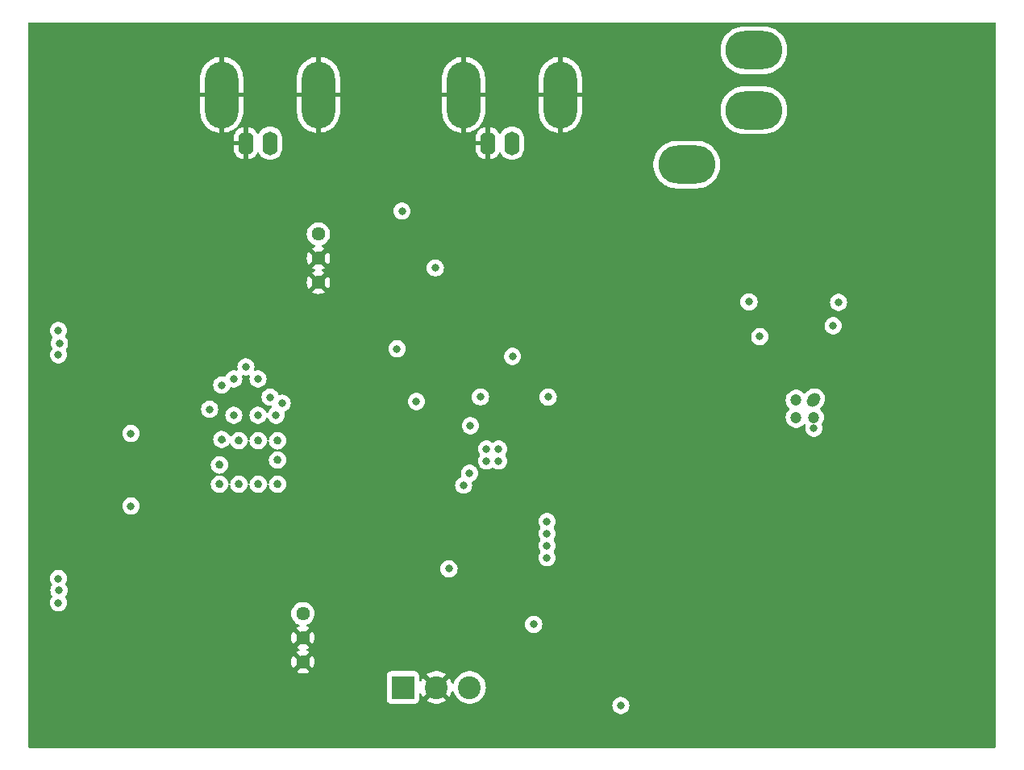
<source format=gbr>
%TF.GenerationSoftware,KiCad,Pcbnew,7.0.10*%
%TF.CreationDate,2024-03-12T19:05:43-04:00*%
%TF.ProjectId,current_controller,63757272-656e-4745-9f63-6f6e74726f6c,rev?*%
%TF.SameCoordinates,Original*%
%TF.FileFunction,Copper,L2,Inr*%
%TF.FilePolarity,Positive*%
%FSLAX46Y46*%
G04 Gerber Fmt 4.6, Leading zero omitted, Abs format (unit mm)*
G04 Created by KiCad (PCBNEW 7.0.10) date 2024-03-12 19:05:43*
%MOMM*%
%LPD*%
G01*
G04 APERTURE LIST*
G04 Aperture macros list*
%AMHorizOval*
0 Thick line with rounded ends*
0 $1 width*
0 $2 $3 position (X,Y) of the first rounded end (center of the circle)*
0 $4 $5 position (X,Y) of the second rounded end (center of the circle)*
0 Add line between two ends*
20,1,$1,$2,$3,$4,$5,0*
0 Add two circle primitives to create the rounded ends*
1,1,$1,$2,$3*
1,1,$1,$4,$5*%
G04 Aperture macros list end*
%TA.AperFunction,ComponentPad*%
%ADD10C,1.440000*%
%TD*%
%TA.AperFunction,ComponentPad*%
%ADD11O,1.600000X2.500000*%
%TD*%
%TA.AperFunction,ComponentPad*%
%ADD12O,3.500000X7.000000*%
%TD*%
%TA.AperFunction,ComponentPad*%
%ADD13O,6.000000X4.000000*%
%TD*%
%TA.AperFunction,ComponentPad*%
%ADD14R,2.400000X2.400000*%
%TD*%
%TA.AperFunction,ComponentPad*%
%ADD15C,2.400000*%
%TD*%
%TA.AperFunction,ComponentPad*%
%ADD16HorizOval,1.200000X-0.141421X-0.141421X0.141421X0.141421X0*%
%TD*%
%TA.AperFunction,ComponentPad*%
%ADD17C,1.200000*%
%TD*%
%TA.AperFunction,ViaPad*%
%ADD18C,6.096000*%
%TD*%
%TA.AperFunction,ViaPad*%
%ADD19C,0.800000*%
%TD*%
G04 APERTURE END LIST*
D10*
%TO.N,Net-(Q2-E)*%
%TO.C,R44*%
X77105298Y-100197500D03*
%TO.N,GND*%
X77105298Y-102737500D03*
X77105298Y-105277500D03*
%TD*%
D11*
%TO.N,/connecting to laser diode*%
%TO.C,J6*%
X99060000Y-50800000D03*
D12*
%TO.N,GND*%
X93980000Y-45720000D03*
D11*
X96520000Y-50800000D03*
D12*
X104140000Y-45720000D03*
%TD*%
D13*
%TO.N,Net-(R40-Pad2)*%
%TO.C,R42*%
X124460000Y-47346141D03*
%TO.N,Net-(R11-Pad1)*%
X117420000Y-53046141D03*
%TO.N,Laser_supply*%
X124460000Y-41046141D03*
%TD*%
D14*
%TO.N,+15V*%
%TO.C,J2*%
X87615000Y-107950000D03*
D15*
%TO.N,GND*%
X91115000Y-107950000D03*
%TO.N,-15V*%
X94615000Y-107950000D03*
%TD*%
D16*
%TO.N,Net-(R33-Pad1)*%
%TO.C,U5*%
X130701051Y-77788726D03*
D17*
%TO.N,Net-(R10-Pad2)*%
X128905000Y-77788726D03*
%TO.N,+15V*%
X128905000Y-79584777D03*
%TO.N,-15V*%
X130701051Y-79584777D03*
%TD*%
D12*
%TO.N,GND*%
%TO.C,J4*%
X78740000Y-45720000D03*
D11*
X71120000Y-50800000D03*
D12*
X68580000Y-45720000D03*
D11*
%TO.N,/Modulation Input*%
X73660000Y-50800000D03*
%TD*%
D10*
%TO.N,Net-(Q1-E)*%
%TO.C,R43*%
X78740000Y-60325000D03*
%TO.N,GND*%
X78740000Y-62865000D03*
X78740000Y-65405000D03*
%TD*%
D18*
%TO.N,GND*%
X54610000Y-107950000D03*
X54610000Y-44450000D03*
X143510000Y-107950000D03*
X143510000Y-44450000D03*
D19*
X59055000Y-85090000D03*
X72698723Y-100927059D03*
X70848310Y-58982101D03*
X80645000Y-69850000D03*
X89800244Y-80137446D03*
X109303584Y-106654913D03*
X86227500Y-66404702D03*
X100033666Y-93832719D03*
X93840250Y-98624465D03*
X81312144Y-92035926D03*
X87497500Y-51799702D03*
X81312144Y-95452343D03*
X89991560Y-66266791D03*
X80645000Y-73660000D03*
X84516084Y-78276118D03*
X102527847Y-107829366D03*
%TO.N,-15V*%
X51435000Y-99060000D03*
X89025432Y-77936106D03*
X59055000Y-88900000D03*
X92444068Y-95498944D03*
X125072639Y-71116674D03*
X91005237Y-63905037D03*
X51492084Y-97762990D03*
X130770594Y-80744331D03*
X51435000Y-96520000D03*
%TO.N,+15V*%
X110490000Y-109855000D03*
X87511303Y-57933453D03*
X51435000Y-70485000D03*
X51548215Y-71800196D03*
X51435000Y-73025000D03*
X59055000Y-81280000D03*
X132780844Y-69976223D03*
X86995000Y-72390000D03*
%TO.N,Laser_supply*%
X94690832Y-80472118D03*
X99120948Y-73188492D03*
X94615000Y-85454702D03*
X102737500Y-94344702D03*
X96387500Y-84184702D03*
X93980000Y-86724702D03*
X102737500Y-90534702D03*
X97657500Y-82914702D03*
X133350000Y-67519777D03*
X123947363Y-67463952D03*
X96387500Y-82914702D03*
X97657500Y-84184702D03*
X102737500Y-93074702D03*
X102737500Y-91804702D03*
%TO.N,Net-(U3-VI)*%
X74438298Y-82036500D03*
X70374298Y-86608500D03*
X72406298Y-82036500D03*
X74438298Y-86608500D03*
X68580000Y-81915000D03*
X70374298Y-82036500D03*
X68342298Y-86608500D03*
X74438298Y-84068500D03*
X72406298Y-86608500D03*
X68342298Y-84576500D03*
%TO.N,Net-(D2-K)*%
X68580000Y-76200000D03*
X71120000Y-74295000D03*
X69850000Y-79375000D03*
X69850000Y-75565000D03*
X73660000Y-77470000D03*
X72390000Y-79375000D03*
X74295000Y-79375000D03*
X74930000Y-78105000D03*
X67310000Y-78740000D03*
X72390000Y-75565000D03*
%TO.N,Net-(R14-Pad1)*%
X95752500Y-77446494D03*
X101340500Y-101329702D03*
X102857292Y-77453702D03*
%TD*%
%TA.AperFunction,Conductor*%
%TO.N,Net-(U3-VI)*%
G36*
X68452292Y-86228053D02*
G01*
X68476933Y-86236060D01*
X68528975Y-86259231D01*
X68551417Y-86272189D01*
X68597518Y-86305682D01*
X68616781Y-86323025D01*
X68654897Y-86365357D01*
X68670135Y-86386331D01*
X68698619Y-86435669D01*
X68709162Y-86459348D01*
X68726767Y-86513529D01*
X68732095Y-86538581D01*
X68732102Y-86538581D01*
X68732111Y-86538659D01*
X68732154Y-86538858D01*
X68732250Y-86539777D01*
X68734624Y-86558856D01*
X68735976Y-86568261D01*
X68739063Y-86587162D01*
X68739499Y-86588919D01*
X68739496Y-86589814D01*
X68739875Y-86592129D01*
X68739491Y-86592191D01*
X68739358Y-86649115D01*
X68732243Y-86677269D01*
X68732243Y-86677270D01*
X68732153Y-86678133D01*
X68731767Y-86679945D01*
X68731468Y-86681629D01*
X68731411Y-86681618D01*
X68726765Y-86703474D01*
X68709162Y-86757650D01*
X68698619Y-86781331D01*
X68670135Y-86830668D01*
X68654897Y-86851641D01*
X68616786Y-86893968D01*
X68597519Y-86911316D01*
X68551422Y-86944806D01*
X68528975Y-86957765D01*
X68476937Y-86980934D01*
X68452284Y-86988945D01*
X68415088Y-86996852D01*
X68396561Y-87000790D01*
X68370780Y-87003500D01*
X68313814Y-87003500D01*
X68288034Y-87000790D01*
X68266282Y-86996166D01*
X68232308Y-86988945D01*
X68207654Y-86980934D01*
X68155623Y-86957768D01*
X68133176Y-86944808D01*
X68087075Y-86911315D01*
X68067812Y-86893972D01*
X68029695Y-86851639D01*
X68014460Y-86830669D01*
X67985974Y-86781329D01*
X67975434Y-86757655D01*
X67957828Y-86703471D01*
X67952439Y-86678117D01*
X67952346Y-86677236D01*
X67946484Y-86621456D01*
X67946484Y-86595537D01*
X67946842Y-86592129D01*
X67952439Y-86538874D01*
X67957827Y-86513529D01*
X67975433Y-86459341D01*
X67985970Y-86435676D01*
X68014463Y-86386324D01*
X68029690Y-86365366D01*
X68067817Y-86323021D01*
X68087069Y-86305685D01*
X68133175Y-86272187D01*
X68155610Y-86259236D01*
X68207655Y-86236063D01*
X68232303Y-86228055D01*
X68316519Y-86210154D01*
X68368075Y-86210154D01*
X68452292Y-86228053D01*
G37*
%TD.AperFunction*%
%TA.AperFunction,Conductor*%
G36*
X70428562Y-86216209D02*
G01*
X70484286Y-86228053D01*
X70508940Y-86236064D01*
X70517765Y-86239993D01*
X70560975Y-86259231D01*
X70583415Y-86272186D01*
X70629525Y-86305686D01*
X70648781Y-86323025D01*
X70686897Y-86365357D01*
X70702135Y-86386331D01*
X70730619Y-86435669D01*
X70741162Y-86459348D01*
X70758767Y-86513529D01*
X70764095Y-86538581D01*
X70764102Y-86538581D01*
X70764111Y-86538659D01*
X70764154Y-86538858D01*
X70764250Y-86539777D01*
X70766624Y-86558856D01*
X70767976Y-86568261D01*
X70771063Y-86587162D01*
X70771499Y-86588919D01*
X70771496Y-86589814D01*
X70771875Y-86592129D01*
X70771491Y-86592191D01*
X70771358Y-86649115D01*
X70764243Y-86677269D01*
X70764243Y-86677270D01*
X70764153Y-86678133D01*
X70763767Y-86679945D01*
X70763468Y-86681629D01*
X70763411Y-86681618D01*
X70758765Y-86703474D01*
X70741162Y-86757650D01*
X70730619Y-86781331D01*
X70702135Y-86830668D01*
X70686897Y-86851641D01*
X70648786Y-86893968D01*
X70629519Y-86911316D01*
X70583422Y-86944806D01*
X70560975Y-86957765D01*
X70508937Y-86980934D01*
X70484284Y-86988945D01*
X70447088Y-86996852D01*
X70428561Y-87000790D01*
X70402780Y-87003500D01*
X70345814Y-87003500D01*
X70320034Y-87000790D01*
X70298282Y-86996166D01*
X70264308Y-86988945D01*
X70239654Y-86980934D01*
X70187623Y-86957768D01*
X70165176Y-86944808D01*
X70119075Y-86911315D01*
X70099812Y-86893972D01*
X70061695Y-86851639D01*
X70046460Y-86830669D01*
X70017974Y-86781328D01*
X70007432Y-86757651D01*
X69989828Y-86703471D01*
X69984503Y-86678411D01*
X69984493Y-86678413D01*
X69984477Y-86678285D01*
X69984435Y-86678087D01*
X69984346Y-86677236D01*
X69981973Y-86658159D01*
X69980632Y-86648830D01*
X69977528Y-86629815D01*
X69977521Y-86629795D01*
X69977096Y-86628076D01*
X69977098Y-86627180D01*
X69976719Y-86624858D01*
X69977103Y-86624795D01*
X69977238Y-86567874D01*
X69984349Y-86539741D01*
X69984437Y-86538897D01*
X69984816Y-86537116D01*
X69985124Y-86535385D01*
X69985181Y-86535395D01*
X69989827Y-86513529D01*
X70007433Y-86459341D01*
X70017970Y-86435676D01*
X70046463Y-86386324D01*
X70061690Y-86365366D01*
X70099817Y-86323021D01*
X70119069Y-86305685D01*
X70165175Y-86272187D01*
X70187610Y-86259236D01*
X70239655Y-86236063D01*
X70264297Y-86228056D01*
X70320041Y-86216208D01*
X70345812Y-86213500D01*
X70402782Y-86213500D01*
X70428562Y-86216209D01*
G37*
%TD.AperFunction*%
%TA.AperFunction,Conductor*%
G36*
X72460562Y-86216209D02*
G01*
X72516286Y-86228053D01*
X72540940Y-86236064D01*
X72549765Y-86239993D01*
X72592975Y-86259231D01*
X72615415Y-86272186D01*
X72661525Y-86305686D01*
X72680781Y-86323025D01*
X72718897Y-86365357D01*
X72734135Y-86386331D01*
X72762619Y-86435669D01*
X72773162Y-86459348D01*
X72790767Y-86513529D01*
X72796095Y-86538581D01*
X72796102Y-86538581D01*
X72796111Y-86538659D01*
X72796154Y-86538858D01*
X72796250Y-86539777D01*
X72798624Y-86558856D01*
X72799976Y-86568261D01*
X72803063Y-86587162D01*
X72803499Y-86588919D01*
X72803496Y-86589814D01*
X72803875Y-86592129D01*
X72803491Y-86592191D01*
X72803358Y-86649115D01*
X72796243Y-86677269D01*
X72796243Y-86677270D01*
X72796153Y-86678133D01*
X72795767Y-86679945D01*
X72795468Y-86681629D01*
X72795411Y-86681618D01*
X72790765Y-86703474D01*
X72773162Y-86757650D01*
X72762619Y-86781331D01*
X72734135Y-86830668D01*
X72718897Y-86851641D01*
X72680786Y-86893968D01*
X72661519Y-86911316D01*
X72615422Y-86944806D01*
X72592975Y-86957765D01*
X72540937Y-86980934D01*
X72516284Y-86988945D01*
X72479088Y-86996852D01*
X72460561Y-87000790D01*
X72434780Y-87003500D01*
X72377814Y-87003500D01*
X72352034Y-87000790D01*
X72330282Y-86996166D01*
X72296308Y-86988945D01*
X72271654Y-86980934D01*
X72219623Y-86957768D01*
X72197176Y-86944808D01*
X72151075Y-86911315D01*
X72131812Y-86893972D01*
X72093695Y-86851639D01*
X72078460Y-86830669D01*
X72049974Y-86781328D01*
X72039432Y-86757651D01*
X72021828Y-86703471D01*
X72016503Y-86678411D01*
X72016493Y-86678413D01*
X72016477Y-86678285D01*
X72016435Y-86678087D01*
X72016346Y-86677236D01*
X72013973Y-86658159D01*
X72012632Y-86648830D01*
X72009528Y-86629815D01*
X72009521Y-86629795D01*
X72009096Y-86628076D01*
X72009098Y-86627180D01*
X72008719Y-86624858D01*
X72009103Y-86624795D01*
X72009238Y-86567874D01*
X72016349Y-86539741D01*
X72016437Y-86538897D01*
X72016816Y-86537116D01*
X72017124Y-86535385D01*
X72017181Y-86535395D01*
X72021827Y-86513529D01*
X72039433Y-86459341D01*
X72049970Y-86435676D01*
X72078463Y-86386324D01*
X72093690Y-86365366D01*
X72131817Y-86323021D01*
X72151069Y-86305685D01*
X72197175Y-86272187D01*
X72219610Y-86259236D01*
X72271655Y-86236063D01*
X72296297Y-86228056D01*
X72352041Y-86216208D01*
X72377812Y-86213500D01*
X72434782Y-86213500D01*
X72460562Y-86216209D01*
G37*
%TD.AperFunction*%
%TA.AperFunction,Conductor*%
G36*
X74492562Y-86216209D02*
G01*
X74548286Y-86228053D01*
X74572940Y-86236064D01*
X74581765Y-86239993D01*
X74624975Y-86259231D01*
X74647415Y-86272186D01*
X74693525Y-86305686D01*
X74712781Y-86323025D01*
X74750897Y-86365357D01*
X74766134Y-86386329D01*
X74794618Y-86435665D01*
X74805162Y-86459347D01*
X74822766Y-86513527D01*
X74828156Y-86538882D01*
X74828246Y-86539741D01*
X74834111Y-86595537D01*
X74834111Y-86621456D01*
X74831939Y-86642126D01*
X74828814Y-86671864D01*
X74828330Y-86676458D01*
X74828155Y-86678130D01*
X74822768Y-86703464D01*
X74815870Y-86724696D01*
X74815869Y-86724700D01*
X74805162Y-86757652D01*
X74794618Y-86781333D01*
X74766134Y-86830669D01*
X74750897Y-86851641D01*
X74712786Y-86893968D01*
X74693519Y-86911316D01*
X74647422Y-86944806D01*
X74624975Y-86957765D01*
X74572937Y-86980934D01*
X74548284Y-86988945D01*
X74511088Y-86996852D01*
X74492561Y-87000790D01*
X74466780Y-87003500D01*
X74409814Y-87003500D01*
X74384034Y-87000790D01*
X74362282Y-86996166D01*
X74328308Y-86988945D01*
X74303654Y-86980934D01*
X74251623Y-86957768D01*
X74229176Y-86944808D01*
X74183075Y-86911315D01*
X74163812Y-86893972D01*
X74125695Y-86851639D01*
X74110460Y-86830669D01*
X74081974Y-86781328D01*
X74071432Y-86757651D01*
X74053828Y-86703471D01*
X74048503Y-86678411D01*
X74048493Y-86678413D01*
X74048477Y-86678285D01*
X74048435Y-86678087D01*
X74048346Y-86677236D01*
X74045973Y-86658159D01*
X74044632Y-86648830D01*
X74041528Y-86629815D01*
X74041521Y-86629795D01*
X74041096Y-86628076D01*
X74041098Y-86627180D01*
X74040719Y-86624858D01*
X74041103Y-86624795D01*
X74041238Y-86567874D01*
X74048349Y-86539741D01*
X74048437Y-86538897D01*
X74048816Y-86537116D01*
X74049124Y-86535385D01*
X74049181Y-86535395D01*
X74053827Y-86513529D01*
X74071433Y-86459341D01*
X74081970Y-86435676D01*
X74110463Y-86386324D01*
X74125690Y-86365366D01*
X74163817Y-86323021D01*
X74183069Y-86305685D01*
X74229175Y-86272187D01*
X74251610Y-86259236D01*
X74303655Y-86236063D01*
X74328297Y-86228056D01*
X74384041Y-86216208D01*
X74409812Y-86213500D01*
X74466782Y-86213500D01*
X74492562Y-86216209D01*
G37*
%TD.AperFunction*%
%TA.AperFunction,Conductor*%
G36*
X68396561Y-84184209D02*
G01*
X68427654Y-84190817D01*
X68452285Y-84196052D01*
X68476936Y-84204062D01*
X68528982Y-84227234D01*
X68551425Y-84240192D01*
X68597513Y-84273677D01*
X68616777Y-84291022D01*
X68654898Y-84333360D01*
X68670135Y-84354331D01*
X68681224Y-84373537D01*
X68698620Y-84403668D01*
X68709162Y-84427347D01*
X68726766Y-84481527D01*
X68732156Y-84506882D01*
X68738111Y-84563537D01*
X68738111Y-84589460D01*
X68732156Y-84646115D01*
X68726766Y-84671471D01*
X68709162Y-84725651D01*
X68698618Y-84749333D01*
X68670134Y-84798669D01*
X68654897Y-84819641D01*
X68616786Y-84861968D01*
X68597519Y-84879315D01*
X68551418Y-84912808D01*
X68528971Y-84925768D01*
X68476940Y-84948934D01*
X68452285Y-84956945D01*
X68368078Y-84974844D01*
X68316516Y-84974844D01*
X68232309Y-84956945D01*
X68207654Y-84948934D01*
X68155623Y-84925768D01*
X68133176Y-84912808D01*
X68087075Y-84879315D01*
X68067812Y-84861972D01*
X68029695Y-84819639D01*
X68014460Y-84798669D01*
X67985976Y-84749333D01*
X67975434Y-84725655D01*
X67957828Y-84671471D01*
X67952439Y-84646117D01*
X67946484Y-84589458D01*
X67946484Y-84563537D01*
X67946484Y-84563535D01*
X67952439Y-84506874D01*
X67957826Y-84481532D01*
X67975433Y-84427341D01*
X67985970Y-84403676D01*
X68014463Y-84354324D01*
X68029690Y-84333366D01*
X68067817Y-84291021D01*
X68087069Y-84273685D01*
X68133175Y-84240187D01*
X68155610Y-84227236D01*
X68207655Y-84204063D01*
X68232297Y-84196056D01*
X68288041Y-84184208D01*
X68313812Y-84181500D01*
X68370782Y-84181500D01*
X68396561Y-84184209D01*
G37*
%TD.AperFunction*%
%TA.AperFunction,Conductor*%
G36*
X74548292Y-83688053D02*
G01*
X74572933Y-83696060D01*
X74624975Y-83719231D01*
X74647417Y-83732189D01*
X74693518Y-83765682D01*
X74712781Y-83783025D01*
X74728305Y-83800266D01*
X74750897Y-83825357D01*
X74766134Y-83846329D01*
X74794618Y-83895665D01*
X74805162Y-83919347D01*
X74822766Y-83973527D01*
X74828156Y-83998882D01*
X74834111Y-84055537D01*
X74834111Y-84081456D01*
X74831939Y-84102124D01*
X74828814Y-84131864D01*
X74828330Y-84136458D01*
X74828155Y-84138130D01*
X74822768Y-84163464D01*
X74815870Y-84184696D01*
X74815869Y-84184700D01*
X74805162Y-84217652D01*
X74794618Y-84241333D01*
X74766134Y-84290669D01*
X74750897Y-84311641D01*
X74712786Y-84353968D01*
X74693519Y-84371316D01*
X74647422Y-84404806D01*
X74624975Y-84417765D01*
X74572937Y-84440934D01*
X74548284Y-84448945D01*
X74512937Y-84456459D01*
X74492561Y-84460790D01*
X74466780Y-84463500D01*
X74409814Y-84463500D01*
X74384034Y-84460790D01*
X74362282Y-84456166D01*
X74328308Y-84448945D01*
X74303654Y-84440934D01*
X74251623Y-84417768D01*
X74229176Y-84404808D01*
X74183075Y-84371315D01*
X74163812Y-84353972D01*
X74125695Y-84311639D01*
X74110460Y-84290669D01*
X74081976Y-84241333D01*
X74071434Y-84217655D01*
X74053828Y-84163472D01*
X74048439Y-84138117D01*
X74047783Y-84131879D01*
X74042484Y-84081456D01*
X74042484Y-84055537D01*
X74045887Y-84023158D01*
X74048439Y-83998874D01*
X74053826Y-83973532D01*
X74071433Y-83919341D01*
X74081970Y-83895676D01*
X74110463Y-83846324D01*
X74125690Y-83825366D01*
X74163817Y-83783021D01*
X74183069Y-83765685D01*
X74229175Y-83732187D01*
X74251610Y-83719236D01*
X74303655Y-83696063D01*
X74328303Y-83688055D01*
X74412519Y-83670154D01*
X74464075Y-83670154D01*
X74548292Y-83688053D01*
G37*
%TD.AperFunction*%
%TA.AperFunction,Conductor*%
G36*
X74492561Y-81644209D02*
G01*
X74523654Y-81650817D01*
X74548285Y-81656052D01*
X74572936Y-81664062D01*
X74624982Y-81687234D01*
X74647425Y-81700192D01*
X74693513Y-81733677D01*
X74712777Y-81751022D01*
X74750898Y-81793360D01*
X74766135Y-81814331D01*
X74778270Y-81835349D01*
X74794620Y-81863668D01*
X74805162Y-81887347D01*
X74822766Y-81941527D01*
X74828156Y-81966885D01*
X74834110Y-82023539D01*
X74834110Y-82049459D01*
X74828156Y-82106113D01*
X74822766Y-82131471D01*
X74805162Y-82185651D01*
X74794618Y-82209333D01*
X74766134Y-82258669D01*
X74750897Y-82279641D01*
X74712786Y-82321968D01*
X74693519Y-82339315D01*
X74647418Y-82372808D01*
X74624971Y-82385768D01*
X74572940Y-82408934D01*
X74548285Y-82416945D01*
X74464078Y-82434844D01*
X74412516Y-82434844D01*
X74328309Y-82416945D01*
X74303654Y-82408934D01*
X74251623Y-82385768D01*
X74229176Y-82372808D01*
X74183075Y-82339315D01*
X74163812Y-82321972D01*
X74125694Y-82279637D01*
X74110460Y-82258669D01*
X74081974Y-82209328D01*
X74071432Y-82185651D01*
X74053828Y-82131471D01*
X74048503Y-82106411D01*
X74048493Y-82106413D01*
X74048477Y-82106285D01*
X74048435Y-82106087D01*
X74048346Y-82105236D01*
X74045973Y-82086159D01*
X74044632Y-82076830D01*
X74041528Y-82057815D01*
X74041521Y-82057795D01*
X74041096Y-82056076D01*
X74041098Y-82055180D01*
X74040719Y-82052858D01*
X74041103Y-82052795D01*
X74041238Y-81995874D01*
X74048349Y-81967741D01*
X74048437Y-81966897D01*
X74048816Y-81965116D01*
X74049124Y-81963385D01*
X74049181Y-81963395D01*
X74053827Y-81941529D01*
X74071433Y-81887341D01*
X74081970Y-81863676D01*
X74110463Y-81814324D01*
X74125690Y-81793366D01*
X74163817Y-81751021D01*
X74183069Y-81733685D01*
X74229175Y-81700187D01*
X74251610Y-81687236D01*
X74303655Y-81664063D01*
X74328297Y-81656056D01*
X74384041Y-81644208D01*
X74409812Y-81641500D01*
X74466782Y-81641500D01*
X74492561Y-81644209D01*
G37*
%TD.AperFunction*%
%TA.AperFunction,Conductor*%
G36*
X70428561Y-81644209D02*
G01*
X70459654Y-81650817D01*
X70484285Y-81656052D01*
X70508936Y-81664062D01*
X70560982Y-81687234D01*
X70583425Y-81700192D01*
X70629513Y-81733677D01*
X70648777Y-81751022D01*
X70686898Y-81793360D01*
X70702136Y-81814333D01*
X70730619Y-81863668D01*
X70741162Y-81887348D01*
X70758767Y-81941529D01*
X70764095Y-81966581D01*
X70764102Y-81966581D01*
X70764111Y-81966659D01*
X70764154Y-81966858D01*
X70764250Y-81967777D01*
X70766624Y-81986856D01*
X70767976Y-81996261D01*
X70771063Y-82015162D01*
X70771499Y-82016919D01*
X70771496Y-82017814D01*
X70771875Y-82020129D01*
X70771491Y-82020191D01*
X70771358Y-82077115D01*
X70764243Y-82105269D01*
X70764243Y-82105270D01*
X70764153Y-82106133D01*
X70763767Y-82107945D01*
X70763468Y-82109629D01*
X70763411Y-82109618D01*
X70758765Y-82131474D01*
X70741162Y-82185650D01*
X70730619Y-82209331D01*
X70702135Y-82258668D01*
X70686897Y-82279641D01*
X70648786Y-82321968D01*
X70629519Y-82339316D01*
X70583422Y-82372806D01*
X70560975Y-82385765D01*
X70508937Y-82408934D01*
X70484284Y-82416945D01*
X70447088Y-82424852D01*
X70428561Y-82428790D01*
X70402780Y-82431500D01*
X70345814Y-82431500D01*
X70320034Y-82428790D01*
X70298282Y-82424166D01*
X70264308Y-82416945D01*
X70239654Y-82408934D01*
X70187623Y-82385768D01*
X70165174Y-82372808D01*
X70119077Y-82339317D01*
X70099812Y-82321971D01*
X70075928Y-82295445D01*
X70061691Y-82279634D01*
X70046460Y-82258668D01*
X69987237Y-82156091D01*
X69981799Y-82148455D01*
X69952952Y-82107945D01*
X69936954Y-82085479D01*
X69914102Y-82019453D01*
X69930575Y-81951553D01*
X69952384Y-81923817D01*
X69954440Y-81921857D01*
X69962153Y-81916502D01*
X69968434Y-81908514D01*
X69968437Y-81908512D01*
X69968438Y-81908512D01*
X70037841Y-81820259D01*
X70043110Y-81814001D01*
X70099820Y-81751016D01*
X70119069Y-81733685D01*
X70165171Y-81700190D01*
X70187610Y-81687236D01*
X70239655Y-81664063D01*
X70264297Y-81656056D01*
X70320041Y-81644208D01*
X70345812Y-81641500D01*
X70402782Y-81641500D01*
X70428561Y-81644209D01*
G37*
%TD.AperFunction*%
%TA.AperFunction,Conductor*%
G36*
X72460561Y-81644209D02*
G01*
X72491654Y-81650817D01*
X72516285Y-81656052D01*
X72540936Y-81664062D01*
X72592982Y-81687234D01*
X72615425Y-81700192D01*
X72661513Y-81733677D01*
X72680777Y-81751022D01*
X72718898Y-81793360D01*
X72734136Y-81814333D01*
X72762619Y-81863668D01*
X72773162Y-81887348D01*
X72790767Y-81941529D01*
X72796095Y-81966581D01*
X72796102Y-81966581D01*
X72796111Y-81966659D01*
X72796154Y-81966858D01*
X72796250Y-81967777D01*
X72798624Y-81986856D01*
X72799976Y-81996261D01*
X72803063Y-82015162D01*
X72803499Y-82016919D01*
X72803496Y-82017814D01*
X72803875Y-82020129D01*
X72803491Y-82020191D01*
X72803358Y-82077115D01*
X72796243Y-82105269D01*
X72796243Y-82105270D01*
X72796153Y-82106133D01*
X72795767Y-82107945D01*
X72795468Y-82109629D01*
X72795411Y-82109618D01*
X72790765Y-82131474D01*
X72773162Y-82185650D01*
X72762619Y-82209331D01*
X72734135Y-82258668D01*
X72718897Y-82279641D01*
X72680786Y-82321968D01*
X72661519Y-82339316D01*
X72615422Y-82372806D01*
X72592975Y-82385765D01*
X72540937Y-82408934D01*
X72516284Y-82416945D01*
X72479088Y-82424852D01*
X72460561Y-82428790D01*
X72434780Y-82431500D01*
X72377814Y-82431500D01*
X72352034Y-82428790D01*
X72330282Y-82424166D01*
X72296308Y-82416945D01*
X72271654Y-82408934D01*
X72219623Y-82385768D01*
X72197176Y-82372808D01*
X72151075Y-82339315D01*
X72131812Y-82321972D01*
X72093694Y-82279637D01*
X72078460Y-82258669D01*
X72049974Y-82209328D01*
X72039432Y-82185651D01*
X72021828Y-82131471D01*
X72016503Y-82106411D01*
X72016493Y-82106413D01*
X72016477Y-82106285D01*
X72016435Y-82106087D01*
X72016346Y-82105236D01*
X72013973Y-82086159D01*
X72012632Y-82076830D01*
X72009528Y-82057815D01*
X72009521Y-82057795D01*
X72009096Y-82056076D01*
X72009098Y-82055180D01*
X72008719Y-82052858D01*
X72009103Y-82052795D01*
X72009238Y-81995874D01*
X72016349Y-81967741D01*
X72016437Y-81966897D01*
X72016816Y-81965116D01*
X72017124Y-81963385D01*
X72017181Y-81963395D01*
X72021827Y-81941529D01*
X72039433Y-81887341D01*
X72049970Y-81863676D01*
X72078463Y-81814324D01*
X72093690Y-81793366D01*
X72131817Y-81751021D01*
X72151069Y-81733685D01*
X72197175Y-81700187D01*
X72219610Y-81687236D01*
X72271655Y-81664063D01*
X72296297Y-81656056D01*
X72352041Y-81644208D01*
X72377812Y-81641500D01*
X72434782Y-81641500D01*
X72460561Y-81644209D01*
G37*
%TD.AperFunction*%
%TA.AperFunction,Conductor*%
G36*
X68634264Y-81522709D02*
G01*
X68689988Y-81534553D01*
X68714642Y-81542564D01*
X68723467Y-81546493D01*
X68766677Y-81565731D01*
X68789120Y-81578688D01*
X68815289Y-81597701D01*
X68835219Y-81612181D01*
X68854482Y-81629525D01*
X68879883Y-81657736D01*
X68892601Y-81671860D01*
X68907836Y-81692831D01*
X68941433Y-81751022D01*
X68967054Y-81795398D01*
X68967053Y-81795398D01*
X68967058Y-81795405D01*
X69017341Y-81866018D01*
X69040194Y-81932043D01*
X69023721Y-81999943D01*
X69001906Y-82027684D01*
X68985865Y-82042979D01*
X68985856Y-82042988D01*
X68985848Y-82042997D01*
X68985847Y-82042999D01*
X68974196Y-82057815D01*
X68916484Y-82131203D01*
X68911164Y-82137522D01*
X68854489Y-82200467D01*
X68835221Y-82217816D01*
X68789124Y-82251306D01*
X68766677Y-82264265D01*
X68714639Y-82287434D01*
X68689986Y-82295445D01*
X68652790Y-82303352D01*
X68634263Y-82307290D01*
X68608482Y-82310000D01*
X68551516Y-82310000D01*
X68525736Y-82307290D01*
X68503984Y-82302666D01*
X68470010Y-82295445D01*
X68445356Y-82287434D01*
X68393325Y-82264268D01*
X68370878Y-82251308D01*
X68324777Y-82217815D01*
X68305514Y-82200472D01*
X68267397Y-82158139D01*
X68252162Y-82137169D01*
X68241717Y-82119077D01*
X68223676Y-82087829D01*
X68213136Y-82064155D01*
X68195530Y-82009972D01*
X68190141Y-81984617D01*
X68188368Y-81967751D01*
X68184186Y-81927956D01*
X68184186Y-81902037D01*
X68190141Y-81845374D01*
X68195528Y-81820032D01*
X68213135Y-81765841D01*
X68223672Y-81742176D01*
X68252165Y-81692824D01*
X68267392Y-81671866D01*
X68305519Y-81629521D01*
X68324771Y-81612185D01*
X68370877Y-81578687D01*
X68393312Y-81565736D01*
X68445357Y-81542563D01*
X68469999Y-81534556D01*
X68525743Y-81522708D01*
X68551514Y-81520000D01*
X68608484Y-81520000D01*
X68634264Y-81522709D01*
G37*
%TD.AperFunction*%
%TD*%
%TA.AperFunction,Conductor*%
%TO.N,GND*%
G36*
X149802539Y-38120185D02*
G01*
X149848294Y-38172989D01*
X149859500Y-38224500D01*
X149859500Y-114175500D01*
X149839815Y-114242539D01*
X149787011Y-114288294D01*
X149735500Y-114299500D01*
X48384500Y-114299500D01*
X48317461Y-114279815D01*
X48271706Y-114227011D01*
X48260500Y-114175500D01*
X48260500Y-109855000D01*
X109584540Y-109855000D01*
X109604326Y-110043256D01*
X109604327Y-110043259D01*
X109662818Y-110223277D01*
X109662821Y-110223284D01*
X109757467Y-110387216D01*
X109884129Y-110527888D01*
X110037265Y-110639148D01*
X110037270Y-110639151D01*
X110210192Y-110716142D01*
X110210197Y-110716144D01*
X110395354Y-110755500D01*
X110395355Y-110755500D01*
X110584644Y-110755500D01*
X110584646Y-110755500D01*
X110769803Y-110716144D01*
X110942730Y-110639151D01*
X111095871Y-110527888D01*
X111222533Y-110387216D01*
X111317179Y-110223284D01*
X111375674Y-110043256D01*
X111395460Y-109855000D01*
X111375674Y-109666744D01*
X111317179Y-109486716D01*
X111222533Y-109322784D01*
X111095871Y-109182112D01*
X111095870Y-109182111D01*
X110942734Y-109070851D01*
X110942729Y-109070848D01*
X110769807Y-108993857D01*
X110769802Y-108993855D01*
X110624001Y-108962865D01*
X110584646Y-108954500D01*
X110395354Y-108954500D01*
X110362897Y-108961398D01*
X110210197Y-108993855D01*
X110210192Y-108993857D01*
X110037270Y-109070848D01*
X110037265Y-109070851D01*
X109884129Y-109182111D01*
X109757466Y-109322785D01*
X109662821Y-109486715D01*
X109662818Y-109486722D01*
X109609604Y-109650499D01*
X109604326Y-109666744D01*
X109584540Y-109855000D01*
X48260500Y-109855000D01*
X48260500Y-109197870D01*
X85914500Y-109197870D01*
X85914501Y-109197876D01*
X85920908Y-109257483D01*
X85971202Y-109392328D01*
X85971206Y-109392335D01*
X86057452Y-109507544D01*
X86057455Y-109507547D01*
X86172664Y-109593793D01*
X86172671Y-109593797D01*
X86307517Y-109644091D01*
X86307516Y-109644091D01*
X86314444Y-109644835D01*
X86367127Y-109650500D01*
X88862872Y-109650499D01*
X88922483Y-109644091D01*
X89057331Y-109593796D01*
X89172546Y-109507546D01*
X89258796Y-109392331D01*
X89309091Y-109257483D01*
X89315500Y-109197873D01*
X89315499Y-108673487D01*
X89335183Y-108606451D01*
X89387987Y-108560696D01*
X89457146Y-108550752D01*
X89520702Y-108579777D01*
X89554927Y-108628187D01*
X89579059Y-108689673D01*
X89706454Y-108910327D01*
X89706461Y-108910338D01*
X89748452Y-108962991D01*
X89748453Y-108962992D01*
X90552226Y-108159219D01*
X90590901Y-108252588D01*
X90687075Y-108377925D01*
X90812412Y-108474099D01*
X90905779Y-108512772D01*
X90101813Y-109316738D01*
X90262616Y-109426371D01*
X90262624Y-109426376D01*
X90492176Y-109536921D01*
X90492174Y-109536921D01*
X90735652Y-109612024D01*
X90735658Y-109612026D01*
X90987595Y-109649999D01*
X90987604Y-109650000D01*
X91242396Y-109650000D01*
X91242404Y-109649999D01*
X91494341Y-109612026D01*
X91494347Y-109612024D01*
X91737824Y-109536921D01*
X91967376Y-109426376D01*
X91967377Y-109426375D01*
X92128185Y-109316738D01*
X91324220Y-108512772D01*
X91417588Y-108474099D01*
X91542925Y-108377925D01*
X91639099Y-108252589D01*
X91677773Y-108159220D01*
X92481544Y-108962992D01*
X92481546Y-108962991D01*
X92523544Y-108910330D01*
X92650941Y-108689671D01*
X92744026Y-108452494D01*
X92745400Y-108448044D01*
X92746574Y-108448406D01*
X92777945Y-108392300D01*
X92839601Y-108359432D01*
X92909239Y-108365115D01*
X92964750Y-108407545D01*
X92983420Y-108448412D01*
X92984122Y-108448196D01*
X92985490Y-108452630D01*
X92985492Y-108452637D01*
X93078607Y-108689888D01*
X93206041Y-108910612D01*
X93364950Y-109109877D01*
X93551783Y-109283232D01*
X93762366Y-109426805D01*
X93762371Y-109426807D01*
X93762372Y-109426808D01*
X93762373Y-109426809D01*
X93884328Y-109485538D01*
X93991992Y-109537387D01*
X93991993Y-109537387D01*
X93991996Y-109537389D01*
X94235542Y-109612513D01*
X94487565Y-109650500D01*
X94742435Y-109650500D01*
X94994458Y-109612513D01*
X95238004Y-109537389D01*
X95467634Y-109426805D01*
X95678217Y-109283232D01*
X95865050Y-109109877D01*
X96023959Y-108910612D01*
X96151393Y-108689888D01*
X96244508Y-108452637D01*
X96301222Y-108204157D01*
X96320268Y-107950000D01*
X96301222Y-107695843D01*
X96244508Y-107447363D01*
X96151393Y-107210112D01*
X96023959Y-106989388D01*
X95865050Y-106790123D01*
X95678217Y-106616768D01*
X95467634Y-106473195D01*
X95467630Y-106473193D01*
X95467627Y-106473191D01*
X95467626Y-106473190D01*
X95238006Y-106362612D01*
X95238008Y-106362612D01*
X94994466Y-106287489D01*
X94994462Y-106287488D01*
X94994458Y-106287487D01*
X94873231Y-106269214D01*
X94742440Y-106249500D01*
X94742435Y-106249500D01*
X94487565Y-106249500D01*
X94487559Y-106249500D01*
X94330609Y-106273157D01*
X94235542Y-106287487D01*
X94235539Y-106287488D01*
X94235533Y-106287489D01*
X93991992Y-106362612D01*
X93762373Y-106473190D01*
X93762372Y-106473191D01*
X93551782Y-106616768D01*
X93364952Y-106790121D01*
X93364950Y-106790123D01*
X93206041Y-106989388D01*
X93078608Y-107210109D01*
X92985492Y-107447362D01*
X92984122Y-107451804D01*
X92982999Y-107451457D01*
X92951509Y-107507730D01*
X92889841Y-107540576D01*
X92820205Y-107534868D01*
X92764709Y-107492418D01*
X92746134Y-107451729D01*
X92745400Y-107451956D01*
X92744026Y-107447505D01*
X92650941Y-107210328D01*
X92650942Y-107210328D01*
X92523545Y-106989672D01*
X92481545Y-106937006D01*
X91677772Y-107740779D01*
X91639099Y-107647412D01*
X91542925Y-107522075D01*
X91417588Y-107425901D01*
X91324219Y-107387226D01*
X92128185Y-106583260D01*
X91967384Y-106473628D01*
X91967376Y-106473623D01*
X91737823Y-106363078D01*
X91737825Y-106363078D01*
X91494347Y-106287975D01*
X91494341Y-106287973D01*
X91242404Y-106250000D01*
X90987595Y-106250000D01*
X90735658Y-106287973D01*
X90735652Y-106287975D01*
X90492175Y-106363078D01*
X90262622Y-106473625D01*
X90262609Y-106473632D01*
X90101813Y-106583259D01*
X90905780Y-107387226D01*
X90812412Y-107425901D01*
X90687075Y-107522075D01*
X90590901Y-107647411D01*
X90552226Y-107740780D01*
X89748452Y-106937006D01*
X89706457Y-106989667D01*
X89579059Y-107210326D01*
X89554927Y-107271814D01*
X89512111Y-107327027D01*
X89446241Y-107350328D01*
X89378230Y-107334317D01*
X89329672Y-107284079D01*
X89315499Y-107226511D01*
X89315499Y-106702129D01*
X89315498Y-106702123D01*
X89315497Y-106702116D01*
X89309091Y-106642517D01*
X89299487Y-106616768D01*
X89258797Y-106507671D01*
X89258793Y-106507664D01*
X89172547Y-106392455D01*
X89172544Y-106392452D01*
X89057335Y-106306206D01*
X89057328Y-106306202D01*
X88922482Y-106255908D01*
X88922483Y-106255908D01*
X88862883Y-106249501D01*
X88862881Y-106249500D01*
X88862873Y-106249500D01*
X88862864Y-106249500D01*
X86367129Y-106249500D01*
X86367123Y-106249501D01*
X86307516Y-106255908D01*
X86172671Y-106306202D01*
X86172664Y-106306206D01*
X86057455Y-106392452D01*
X86057452Y-106392455D01*
X85971206Y-106507664D01*
X85971202Y-106507671D01*
X85920908Y-106642517D01*
X85914501Y-106702116D01*
X85914501Y-106702123D01*
X85914500Y-106702135D01*
X85914500Y-109197870D01*
X48260500Y-109197870D01*
X48260500Y-100197501D01*
X75880136Y-100197501D01*
X75898748Y-100410241D01*
X75898750Y-100410252D01*
X75954019Y-100616522D01*
X75954021Y-100616526D01*
X75954022Y-100616530D01*
X75972807Y-100656814D01*
X76044275Y-100810078D01*
X76166770Y-100985021D01*
X76317776Y-101136027D01*
X76317779Y-101136029D01*
X76492717Y-101258521D01*
X76492719Y-101258522D01*
X76492718Y-101258522D01*
X76557234Y-101288606D01*
X76686268Y-101348776D01*
X76686281Y-101348779D01*
X76691362Y-101350630D01*
X76690688Y-101352478D01*
X76742978Y-101384357D01*
X76773502Y-101447207D01*
X76765201Y-101516582D01*
X76720711Y-101570456D01*
X76691202Y-101583932D01*
X76691534Y-101584842D01*
X76686438Y-101586697D01*
X76492969Y-101676912D01*
X76492967Y-101676913D01*
X76437267Y-101715915D01*
X76437266Y-101715915D01*
X77060898Y-102339546D01*
X76980150Y-102352335D01*
X76867253Y-102409859D01*
X76777657Y-102499455D01*
X76720133Y-102612352D01*
X76707344Y-102693099D01*
X76083713Y-102069468D01*
X76083713Y-102069469D01*
X76044711Y-102125169D01*
X76044710Y-102125171D01*
X75954495Y-102318640D01*
X75954492Y-102318646D01*
X75899243Y-102524837D01*
X75899242Y-102524845D01*
X75880638Y-102737497D01*
X75880638Y-102737502D01*
X75899242Y-102950154D01*
X75899243Y-102950162D01*
X75954492Y-103156353D01*
X75954495Y-103156359D01*
X76044711Y-103349829D01*
X76083713Y-103405530D01*
X76707344Y-102781899D01*
X76720133Y-102862648D01*
X76777657Y-102975545D01*
X76867253Y-103065141D01*
X76980150Y-103122665D01*
X77060897Y-103135453D01*
X76437266Y-103759084D01*
X76492961Y-103798082D01*
X76492967Y-103798086D01*
X76686438Y-103888302D01*
X76691534Y-103890158D01*
X76690941Y-103891785D01*
X76743943Y-103924096D01*
X76774468Y-103986945D01*
X76766169Y-104056320D01*
X76721681Y-104110195D01*
X76691259Y-104124087D01*
X76691534Y-104124842D01*
X76686438Y-104126697D01*
X76492969Y-104216912D01*
X76492967Y-104216913D01*
X76437267Y-104255915D01*
X76437266Y-104255915D01*
X77060898Y-104879546D01*
X76980150Y-104892335D01*
X76867253Y-104949859D01*
X76777657Y-105039455D01*
X76720133Y-105152352D01*
X76707344Y-105233099D01*
X76083713Y-104609468D01*
X76083713Y-104609469D01*
X76044711Y-104665169D01*
X76044710Y-104665171D01*
X75954495Y-104858640D01*
X75954492Y-104858646D01*
X75899243Y-105064837D01*
X75899242Y-105064845D01*
X75880638Y-105277497D01*
X75880638Y-105277502D01*
X75899242Y-105490154D01*
X75899243Y-105490162D01*
X75954492Y-105696353D01*
X75954495Y-105696359D01*
X76044711Y-105889829D01*
X76083713Y-105945530D01*
X76707344Y-105321899D01*
X76720133Y-105402648D01*
X76777657Y-105515545D01*
X76867253Y-105605141D01*
X76980150Y-105662665D01*
X77060897Y-105675453D01*
X76437266Y-106299084D01*
X76492961Y-106338082D01*
X76492967Y-106338086D01*
X76686438Y-106428302D01*
X76686444Y-106428305D01*
X76892635Y-106483554D01*
X76892643Y-106483555D01*
X77105296Y-106502160D01*
X77105300Y-106502160D01*
X77317952Y-106483555D01*
X77317960Y-106483554D01*
X77524151Y-106428305D01*
X77524162Y-106428301D01*
X77717623Y-106338089D01*
X77773328Y-106299083D01*
X77149699Y-105675453D01*
X77230446Y-105662665D01*
X77343343Y-105605141D01*
X77432939Y-105515545D01*
X77490463Y-105402648D01*
X77503251Y-105321900D01*
X78126881Y-105945529D01*
X78165887Y-105889825D01*
X78256099Y-105696364D01*
X78256103Y-105696353D01*
X78311352Y-105490162D01*
X78311353Y-105490154D01*
X78329958Y-105277502D01*
X78329958Y-105277497D01*
X78311353Y-105064845D01*
X78311352Y-105064837D01*
X78256103Y-104858646D01*
X78256100Y-104858640D01*
X78165884Y-104665169D01*
X78165880Y-104665163D01*
X78126882Y-104609468D01*
X77503251Y-105233099D01*
X77490463Y-105152352D01*
X77432939Y-105039455D01*
X77343343Y-104949859D01*
X77230446Y-104892335D01*
X77149698Y-104879546D01*
X77773328Y-104255915D01*
X77717627Y-104216913D01*
X77524157Y-104126697D01*
X77519062Y-104124842D01*
X77519655Y-104123212D01*
X77466659Y-104090912D01*
X77436128Y-104028065D01*
X77444422Y-103958690D01*
X77488906Y-103904811D01*
X77519337Y-103890913D01*
X77519062Y-103890158D01*
X77524162Y-103888301D01*
X77717623Y-103798089D01*
X77773328Y-103759083D01*
X77149699Y-103135453D01*
X77230446Y-103122665D01*
X77343343Y-103065141D01*
X77432939Y-102975545D01*
X77490463Y-102862648D01*
X77503251Y-102781900D01*
X78126881Y-103405529D01*
X78165887Y-103349825D01*
X78256099Y-103156364D01*
X78256103Y-103156353D01*
X78311352Y-102950162D01*
X78311353Y-102950154D01*
X78329958Y-102737502D01*
X78329958Y-102737497D01*
X78311353Y-102524845D01*
X78311352Y-102524837D01*
X78256103Y-102318646D01*
X78256100Y-102318640D01*
X78165884Y-102125169D01*
X78165880Y-102125163D01*
X78126882Y-102069468D01*
X77503251Y-102693099D01*
X77490463Y-102612352D01*
X77432939Y-102499455D01*
X77343343Y-102409859D01*
X77230446Y-102352335D01*
X77149698Y-102339546D01*
X77773328Y-101715915D01*
X77717627Y-101676913D01*
X77524157Y-101586697D01*
X77519062Y-101584842D01*
X77519753Y-101582943D01*
X77467623Y-101551167D01*
X77437095Y-101488320D01*
X77445391Y-101418944D01*
X77489877Y-101365067D01*
X77519555Y-101351514D01*
X77519234Y-101350630D01*
X77524311Y-101348780D01*
X77524328Y-101348776D01*
X77565232Y-101329702D01*
X100435040Y-101329702D01*
X100454826Y-101517958D01*
X100454827Y-101517961D01*
X100513318Y-101697979D01*
X100513321Y-101697986D01*
X100607967Y-101861918D01*
X100734629Y-102002590D01*
X100887765Y-102113850D01*
X100887770Y-102113853D01*
X101060692Y-102190844D01*
X101060697Y-102190846D01*
X101245854Y-102230202D01*
X101245855Y-102230202D01*
X101435144Y-102230202D01*
X101435146Y-102230202D01*
X101620303Y-102190846D01*
X101793230Y-102113853D01*
X101946371Y-102002590D01*
X102073033Y-101861918D01*
X102167679Y-101697986D01*
X102226174Y-101517958D01*
X102245960Y-101329702D01*
X102226174Y-101141446D01*
X102167679Y-100961418D01*
X102073033Y-100797486D01*
X101946371Y-100656814D01*
X101946370Y-100656813D01*
X101793234Y-100545553D01*
X101793229Y-100545550D01*
X101620307Y-100468559D01*
X101620302Y-100468557D01*
X101474501Y-100437567D01*
X101435146Y-100429202D01*
X101245854Y-100429202D01*
X101213397Y-100436100D01*
X101060697Y-100468557D01*
X101060692Y-100468559D01*
X100887770Y-100545550D01*
X100887765Y-100545553D01*
X100734629Y-100656813D01*
X100607966Y-100797487D01*
X100513321Y-100961417D01*
X100513318Y-100961424D01*
X100456586Y-101136029D01*
X100454826Y-101141446D01*
X100435040Y-101329702D01*
X77565232Y-101329702D01*
X77717879Y-101258521D01*
X77892817Y-101136029D01*
X78043827Y-100985019D01*
X78166319Y-100810081D01*
X78256574Y-100616530D01*
X78311847Y-100410247D01*
X78330460Y-100197500D01*
X78311847Y-99984753D01*
X78256574Y-99778470D01*
X78166319Y-99584919D01*
X78043827Y-99409981D01*
X78043825Y-99409978D01*
X77892819Y-99258972D01*
X77717876Y-99136477D01*
X77717877Y-99136477D01*
X77588845Y-99076309D01*
X77524328Y-99046224D01*
X77524324Y-99046223D01*
X77524320Y-99046221D01*
X77318050Y-98990952D01*
X77318046Y-98990951D01*
X77318045Y-98990951D01*
X77318044Y-98990950D01*
X77318039Y-98990950D01*
X77105300Y-98972338D01*
X77105296Y-98972338D01*
X76892556Y-98990950D01*
X76892545Y-98990952D01*
X76686275Y-99046221D01*
X76686266Y-99046225D01*
X76492719Y-99136477D01*
X76317776Y-99258972D01*
X76166770Y-99409978D01*
X76044275Y-99584921D01*
X75954023Y-99778468D01*
X75954019Y-99778477D01*
X75898750Y-99984747D01*
X75898748Y-99984758D01*
X75880136Y-100197498D01*
X75880136Y-100197501D01*
X48260500Y-100197501D01*
X48260500Y-99060000D01*
X50529540Y-99060000D01*
X50549326Y-99248256D01*
X50549327Y-99248259D01*
X50607818Y-99428277D01*
X50607821Y-99428284D01*
X50702467Y-99592216D01*
X50829129Y-99732888D01*
X50982265Y-99844148D01*
X50982270Y-99844151D01*
X51155192Y-99921142D01*
X51155197Y-99921144D01*
X51340354Y-99960500D01*
X51340355Y-99960500D01*
X51529644Y-99960500D01*
X51529646Y-99960500D01*
X51714803Y-99921144D01*
X51887730Y-99844151D01*
X52040871Y-99732888D01*
X52167533Y-99592216D01*
X52262179Y-99428284D01*
X52320674Y-99248256D01*
X52340460Y-99060000D01*
X52320674Y-98871744D01*
X52262179Y-98691716D01*
X52167533Y-98527784D01*
X52166070Y-98526159D01*
X52165520Y-98525014D01*
X52163715Y-98522529D01*
X52164169Y-98522198D01*
X52135845Y-98463165D01*
X52144475Y-98393830D01*
X52166074Y-98360223D01*
X52224617Y-98295206D01*
X52319263Y-98131274D01*
X52377758Y-97951246D01*
X52397544Y-97762990D01*
X52377758Y-97574734D01*
X52319263Y-97394706D01*
X52224617Y-97230774D01*
X52187303Y-97189333D01*
X52157074Y-97126343D01*
X52165699Y-97057008D01*
X52172063Y-97044368D01*
X52262179Y-96888284D01*
X52320674Y-96708256D01*
X52340460Y-96520000D01*
X52320674Y-96331744D01*
X52262179Y-96151716D01*
X52167533Y-95987784D01*
X52040871Y-95847112D01*
X52040870Y-95847111D01*
X51887734Y-95735851D01*
X51887729Y-95735848D01*
X51714807Y-95658857D01*
X51714802Y-95658855D01*
X51569001Y-95627865D01*
X51529646Y-95619500D01*
X51340354Y-95619500D01*
X51307897Y-95626398D01*
X51155197Y-95658855D01*
X51155192Y-95658857D01*
X50982270Y-95735848D01*
X50982265Y-95735851D01*
X50829129Y-95847111D01*
X50702466Y-95987785D01*
X50607821Y-96151715D01*
X50607818Y-96151722D01*
X50565134Y-96283092D01*
X50549326Y-96331744D01*
X50529540Y-96520000D01*
X50549326Y-96708256D01*
X50549327Y-96708259D01*
X50607818Y-96888277D01*
X50607821Y-96888284D01*
X50702467Y-97052216D01*
X50706782Y-97057008D01*
X50739779Y-97093655D01*
X50770009Y-97156646D01*
X50761384Y-97225982D01*
X50755017Y-97238626D01*
X50664904Y-97394708D01*
X50664902Y-97394712D01*
X50606411Y-97574730D01*
X50606410Y-97574734D01*
X50586624Y-97762990D01*
X50606410Y-97951246D01*
X50606411Y-97951249D01*
X50664902Y-98131267D01*
X50664905Y-98131274D01*
X50759551Y-98295206D01*
X50761007Y-98296823D01*
X50761554Y-98297963D01*
X50763369Y-98300461D01*
X50762912Y-98300792D01*
X50791237Y-98359814D01*
X50782612Y-98429150D01*
X50761008Y-98462766D01*
X50702466Y-98527785D01*
X50607821Y-98691715D01*
X50607818Y-98691722D01*
X50549327Y-98871740D01*
X50549326Y-98871744D01*
X50529540Y-99060000D01*
X48260500Y-99060000D01*
X48260500Y-95498944D01*
X91538608Y-95498944D01*
X91558394Y-95687200D01*
X91558395Y-95687203D01*
X91616886Y-95867221D01*
X91616889Y-95867228D01*
X91711535Y-96031160D01*
X91820090Y-96151722D01*
X91838197Y-96171832D01*
X91991333Y-96283092D01*
X91991338Y-96283095D01*
X92164260Y-96360086D01*
X92164265Y-96360088D01*
X92349422Y-96399444D01*
X92349423Y-96399444D01*
X92538712Y-96399444D01*
X92538714Y-96399444D01*
X92723871Y-96360088D01*
X92896798Y-96283095D01*
X93049939Y-96171832D01*
X93176601Y-96031160D01*
X93271247Y-95867228D01*
X93329742Y-95687200D01*
X93349528Y-95498944D01*
X93329742Y-95310688D01*
X93271247Y-95130660D01*
X93176601Y-94966728D01*
X93049939Y-94826056D01*
X93049938Y-94826055D01*
X92896802Y-94714795D01*
X92896797Y-94714792D01*
X92723875Y-94637801D01*
X92723870Y-94637799D01*
X92578069Y-94606809D01*
X92538714Y-94598444D01*
X92349422Y-94598444D01*
X92316965Y-94605342D01*
X92164265Y-94637799D01*
X92164260Y-94637801D01*
X91991338Y-94714792D01*
X91991333Y-94714795D01*
X91838197Y-94826055D01*
X91711534Y-94966729D01*
X91616889Y-95130659D01*
X91616886Y-95130666D01*
X91558395Y-95310684D01*
X91558394Y-95310688D01*
X91538608Y-95498944D01*
X48260500Y-95498944D01*
X48260500Y-94344702D01*
X101832040Y-94344702D01*
X101851826Y-94532958D01*
X101851827Y-94532961D01*
X101910318Y-94712979D01*
X101910321Y-94712986D01*
X102004967Y-94876918D01*
X102131629Y-95017590D01*
X102284765Y-95128850D01*
X102284770Y-95128853D01*
X102457692Y-95205844D01*
X102457697Y-95205846D01*
X102642854Y-95245202D01*
X102642855Y-95245202D01*
X102832144Y-95245202D01*
X102832146Y-95245202D01*
X103017303Y-95205846D01*
X103190230Y-95128853D01*
X103343371Y-95017590D01*
X103470033Y-94876918D01*
X103564679Y-94712986D01*
X103623174Y-94532958D01*
X103642960Y-94344702D01*
X103623174Y-94156446D01*
X103564679Y-93976418D01*
X103470033Y-93812486D01*
X103452193Y-93792673D01*
X103421964Y-93729683D01*
X103430589Y-93660348D01*
X103452194Y-93626730D01*
X103470033Y-93606918D01*
X103564679Y-93442986D01*
X103623174Y-93262958D01*
X103642960Y-93074702D01*
X103623174Y-92886446D01*
X103564679Y-92706418D01*
X103470033Y-92542486D01*
X103452193Y-92522673D01*
X103421964Y-92459683D01*
X103430589Y-92390348D01*
X103452194Y-92356730D01*
X103470033Y-92336918D01*
X103564679Y-92172986D01*
X103623174Y-91992958D01*
X103642960Y-91804702D01*
X103623174Y-91616446D01*
X103564679Y-91436418D01*
X103470033Y-91272486D01*
X103452193Y-91252673D01*
X103421964Y-91189683D01*
X103430589Y-91120348D01*
X103452194Y-91086730D01*
X103470033Y-91066918D01*
X103564679Y-90902986D01*
X103623174Y-90722958D01*
X103642960Y-90534702D01*
X103623174Y-90346446D01*
X103564679Y-90166418D01*
X103470033Y-90002486D01*
X103343371Y-89861814D01*
X103343370Y-89861813D01*
X103190234Y-89750553D01*
X103190229Y-89750550D01*
X103017307Y-89673559D01*
X103017302Y-89673557D01*
X102871501Y-89642567D01*
X102832146Y-89634202D01*
X102642854Y-89634202D01*
X102610397Y-89641100D01*
X102457697Y-89673557D01*
X102457692Y-89673559D01*
X102284770Y-89750550D01*
X102284765Y-89750553D01*
X102131629Y-89861813D01*
X102004966Y-90002487D01*
X101910321Y-90166417D01*
X101910318Y-90166424D01*
X101851827Y-90346442D01*
X101851826Y-90346446D01*
X101832040Y-90534702D01*
X101851826Y-90722958D01*
X101851827Y-90722961D01*
X101910318Y-90902979D01*
X101910321Y-90902986D01*
X102004967Y-91066918D01*
X102015306Y-91078401D01*
X102022807Y-91086732D01*
X102053035Y-91149724D01*
X102044409Y-91219059D01*
X102022807Y-91252672D01*
X102004966Y-91272487D01*
X101910321Y-91436417D01*
X101910318Y-91436424D01*
X101851827Y-91616442D01*
X101851826Y-91616446D01*
X101832040Y-91804702D01*
X101851826Y-91992958D01*
X101851827Y-91992961D01*
X101910318Y-92172979D01*
X101910321Y-92172986D01*
X102004967Y-92336918D01*
X102015306Y-92348401D01*
X102022807Y-92356732D01*
X102053035Y-92419724D01*
X102044409Y-92489059D01*
X102022807Y-92522672D01*
X102004966Y-92542487D01*
X101910321Y-92706417D01*
X101910318Y-92706424D01*
X101851827Y-92886442D01*
X101851826Y-92886446D01*
X101832040Y-93074702D01*
X101851826Y-93262958D01*
X101851827Y-93262961D01*
X101910318Y-93442979D01*
X101910321Y-93442986D01*
X102004967Y-93606918D01*
X102015306Y-93618401D01*
X102022807Y-93626732D01*
X102053035Y-93689724D01*
X102044409Y-93759059D01*
X102022807Y-93792672D01*
X102004966Y-93812487D01*
X101910321Y-93976417D01*
X101910318Y-93976424D01*
X101851827Y-94156442D01*
X101851826Y-94156446D01*
X101832040Y-94344702D01*
X48260500Y-94344702D01*
X48260500Y-88900000D01*
X58149540Y-88900000D01*
X58169326Y-89088256D01*
X58169327Y-89088259D01*
X58227818Y-89268277D01*
X58227821Y-89268284D01*
X58322467Y-89432216D01*
X58449129Y-89572888D01*
X58602265Y-89684148D01*
X58602270Y-89684151D01*
X58775192Y-89761142D01*
X58775197Y-89761144D01*
X58960354Y-89800500D01*
X58960355Y-89800500D01*
X59149644Y-89800500D01*
X59149646Y-89800500D01*
X59334803Y-89761144D01*
X59507730Y-89684151D01*
X59660871Y-89572888D01*
X59787533Y-89432216D01*
X59882179Y-89268284D01*
X59940674Y-89088256D01*
X59960460Y-88900000D01*
X59940674Y-88711744D01*
X59882179Y-88531716D01*
X59787533Y-88367784D01*
X59660871Y-88227112D01*
X59660870Y-88227111D01*
X59507734Y-88115851D01*
X59507729Y-88115848D01*
X59334807Y-88038857D01*
X59334802Y-88038855D01*
X59189001Y-88007865D01*
X59149646Y-87999500D01*
X58960354Y-87999500D01*
X58927897Y-88006398D01*
X58775197Y-88038855D01*
X58775192Y-88038857D01*
X58602270Y-88115848D01*
X58602265Y-88115851D01*
X58449129Y-88227111D01*
X58322466Y-88367785D01*
X58227821Y-88531715D01*
X58227818Y-88531722D01*
X58169327Y-88711740D01*
X58169326Y-88711744D01*
X58149540Y-88900000D01*
X48260500Y-88900000D01*
X48260500Y-86608500D01*
X67436838Y-86608500D01*
X67456624Y-86796756D01*
X67456625Y-86796759D01*
X67515116Y-86976777D01*
X67515119Y-86976784D01*
X67609765Y-87140716D01*
X67714392Y-87256916D01*
X67736427Y-87281388D01*
X67889563Y-87392648D01*
X67889568Y-87392651D01*
X68062490Y-87469642D01*
X68062495Y-87469644D01*
X68247652Y-87509000D01*
X68247653Y-87509000D01*
X68436942Y-87509000D01*
X68436944Y-87509000D01*
X68622101Y-87469644D01*
X68795028Y-87392651D01*
X68948169Y-87281388D01*
X69074831Y-87140716D01*
X69169477Y-86976784D01*
X69227972Y-86796756D01*
X69234977Y-86730097D01*
X69261561Y-86665485D01*
X69318859Y-86625500D01*
X69388678Y-86622840D01*
X69448851Y-86658349D01*
X69480275Y-86720754D01*
X69481616Y-86730083D01*
X69488624Y-86796756D01*
X69488625Y-86796759D01*
X69547116Y-86976777D01*
X69547119Y-86976784D01*
X69641765Y-87140716D01*
X69746392Y-87256916D01*
X69768427Y-87281388D01*
X69921563Y-87392648D01*
X69921568Y-87392651D01*
X70094490Y-87469642D01*
X70094495Y-87469644D01*
X70279652Y-87509000D01*
X70279653Y-87509000D01*
X70468942Y-87509000D01*
X70468944Y-87509000D01*
X70654101Y-87469644D01*
X70827028Y-87392651D01*
X70980169Y-87281388D01*
X71106831Y-87140716D01*
X71201477Y-86976784D01*
X71259972Y-86796756D01*
X71266977Y-86730097D01*
X71293561Y-86665485D01*
X71350859Y-86625500D01*
X71420678Y-86622840D01*
X71480851Y-86658349D01*
X71512275Y-86720754D01*
X71513616Y-86730083D01*
X71520624Y-86796756D01*
X71520625Y-86796759D01*
X71579116Y-86976777D01*
X71579119Y-86976784D01*
X71673765Y-87140716D01*
X71778392Y-87256916D01*
X71800427Y-87281388D01*
X71953563Y-87392648D01*
X71953568Y-87392651D01*
X72126490Y-87469642D01*
X72126495Y-87469644D01*
X72311652Y-87509000D01*
X72311653Y-87509000D01*
X72500942Y-87509000D01*
X72500944Y-87509000D01*
X72686101Y-87469644D01*
X72859028Y-87392651D01*
X73012169Y-87281388D01*
X73138831Y-87140716D01*
X73233477Y-86976784D01*
X73291972Y-86796756D01*
X73298977Y-86730097D01*
X73325561Y-86665485D01*
X73382859Y-86625500D01*
X73452678Y-86622840D01*
X73512851Y-86658349D01*
X73544275Y-86720754D01*
X73545616Y-86730083D01*
X73552624Y-86796756D01*
X73552625Y-86796759D01*
X73611116Y-86976777D01*
X73611119Y-86976784D01*
X73705765Y-87140716D01*
X73810392Y-87256916D01*
X73832427Y-87281388D01*
X73985563Y-87392648D01*
X73985568Y-87392651D01*
X74158490Y-87469642D01*
X74158495Y-87469644D01*
X74343652Y-87509000D01*
X74343653Y-87509000D01*
X74532942Y-87509000D01*
X74532944Y-87509000D01*
X74718101Y-87469644D01*
X74891028Y-87392651D01*
X75044169Y-87281388D01*
X75170831Y-87140716D01*
X75265477Y-86976784D01*
X75323972Y-86796756D01*
X75331545Y-86724702D01*
X93074540Y-86724702D01*
X93094326Y-86912958D01*
X93094327Y-86912961D01*
X93152818Y-87092979D01*
X93152821Y-87092986D01*
X93247467Y-87256918D01*
X93369679Y-87392648D01*
X93374129Y-87397590D01*
X93527265Y-87508850D01*
X93527270Y-87508853D01*
X93700192Y-87585844D01*
X93700197Y-87585846D01*
X93885354Y-87625202D01*
X93885355Y-87625202D01*
X94074644Y-87625202D01*
X94074646Y-87625202D01*
X94259803Y-87585846D01*
X94432730Y-87508853D01*
X94585871Y-87397590D01*
X94712533Y-87256918D01*
X94807179Y-87092986D01*
X94865674Y-86912958D01*
X94885460Y-86724702D01*
X94865674Y-86536446D01*
X94841237Y-86461240D01*
X94839243Y-86391400D01*
X94875323Y-86331567D01*
X94908733Y-86309644D01*
X94940516Y-86295493D01*
X95067730Y-86238853D01*
X95220871Y-86127590D01*
X95347533Y-85986918D01*
X95442179Y-85822986D01*
X95500674Y-85642958D01*
X95520460Y-85454702D01*
X95500674Y-85266446D01*
X95442179Y-85086418D01*
X95347533Y-84922486D01*
X95220871Y-84781814D01*
X95197393Y-84764756D01*
X95067734Y-84670553D01*
X95067729Y-84670550D01*
X94894807Y-84593559D01*
X94894802Y-84593557D01*
X94749001Y-84562567D01*
X94709646Y-84554202D01*
X94520354Y-84554202D01*
X94487897Y-84561100D01*
X94335197Y-84593557D01*
X94335192Y-84593559D01*
X94162270Y-84670550D01*
X94162265Y-84670553D01*
X94009129Y-84781813D01*
X93882466Y-84922487D01*
X93787821Y-85086417D01*
X93787818Y-85086424D01*
X93729327Y-85266442D01*
X93729326Y-85266446D01*
X93709540Y-85454702D01*
X93729326Y-85642958D01*
X93729327Y-85642961D01*
X93753761Y-85718162D01*
X93755756Y-85788003D01*
X93719675Y-85847836D01*
X93686267Y-85869759D01*
X93527267Y-85940552D01*
X93527265Y-85940553D01*
X93374129Y-86051813D01*
X93247466Y-86192487D01*
X93152821Y-86356417D01*
X93152818Y-86356424D01*
X93107388Y-86496245D01*
X93094326Y-86536446D01*
X93074540Y-86724702D01*
X75331545Y-86724702D01*
X75343758Y-86608500D01*
X75323972Y-86420244D01*
X75265477Y-86240216D01*
X75170831Y-86076284D01*
X75044169Y-85935612D01*
X75044168Y-85935611D01*
X74891032Y-85824351D01*
X74891027Y-85824348D01*
X74718105Y-85747357D01*
X74718100Y-85747355D01*
X74560184Y-85713790D01*
X74532944Y-85708000D01*
X74343652Y-85708000D01*
X74316412Y-85713790D01*
X74158495Y-85747355D01*
X74158490Y-85747357D01*
X73985568Y-85824348D01*
X73985563Y-85824351D01*
X73832427Y-85935611D01*
X73705764Y-86076285D01*
X73611119Y-86240215D01*
X73611116Y-86240222D01*
X73561996Y-86391400D01*
X73552624Y-86420244D01*
X73545618Y-86486902D01*
X73519034Y-86551514D01*
X73461737Y-86591499D01*
X73391918Y-86594159D01*
X73331744Y-86558650D01*
X73300321Y-86496245D01*
X73298979Y-86486916D01*
X73291972Y-86420244D01*
X73233477Y-86240216D01*
X73138831Y-86076284D01*
X73012169Y-85935612D01*
X73012168Y-85935611D01*
X72859032Y-85824351D01*
X72859027Y-85824348D01*
X72686105Y-85747357D01*
X72686100Y-85747355D01*
X72528184Y-85713790D01*
X72500944Y-85708000D01*
X72311652Y-85708000D01*
X72284412Y-85713790D01*
X72126495Y-85747355D01*
X72126490Y-85747357D01*
X71953568Y-85824348D01*
X71953563Y-85824351D01*
X71800427Y-85935611D01*
X71673764Y-86076285D01*
X71579119Y-86240215D01*
X71579116Y-86240222D01*
X71529996Y-86391400D01*
X71520624Y-86420244D01*
X71513618Y-86486902D01*
X71487034Y-86551514D01*
X71429737Y-86591499D01*
X71359918Y-86594159D01*
X71299744Y-86558650D01*
X71268321Y-86496245D01*
X71266979Y-86486916D01*
X71259972Y-86420244D01*
X71201477Y-86240216D01*
X71106831Y-86076284D01*
X70980169Y-85935612D01*
X70980168Y-85935611D01*
X70827032Y-85824351D01*
X70827027Y-85824348D01*
X70654105Y-85747357D01*
X70654100Y-85747355D01*
X70496184Y-85713790D01*
X70468944Y-85708000D01*
X70279652Y-85708000D01*
X70252412Y-85713790D01*
X70094495Y-85747355D01*
X70094490Y-85747357D01*
X69921568Y-85824348D01*
X69921563Y-85824351D01*
X69768427Y-85935611D01*
X69641764Y-86076285D01*
X69547119Y-86240215D01*
X69547116Y-86240222D01*
X69497996Y-86391400D01*
X69488624Y-86420244D01*
X69481618Y-86486902D01*
X69455034Y-86551514D01*
X69397737Y-86591499D01*
X69327918Y-86594159D01*
X69267744Y-86558650D01*
X69236321Y-86496245D01*
X69234979Y-86486916D01*
X69227972Y-86420244D01*
X69169477Y-86240216D01*
X69074831Y-86076284D01*
X68948169Y-85935612D01*
X68948168Y-85935611D01*
X68795032Y-85824351D01*
X68795027Y-85824348D01*
X68622105Y-85747357D01*
X68622100Y-85747355D01*
X68498807Y-85721149D01*
X68464182Y-85713789D01*
X68402701Y-85680598D01*
X68368925Y-85619435D01*
X68373577Y-85549720D01*
X68415181Y-85493588D01*
X68464182Y-85471210D01*
X68622101Y-85437644D01*
X68795028Y-85360651D01*
X68948169Y-85249388D01*
X69074831Y-85108716D01*
X69169477Y-84944784D01*
X69227972Y-84764756D01*
X69247758Y-84576500D01*
X69227972Y-84388244D01*
X69169477Y-84208216D01*
X69074831Y-84044284D01*
X68948169Y-83903612D01*
X68916006Y-83880244D01*
X68795032Y-83792351D01*
X68795027Y-83792348D01*
X68622105Y-83715357D01*
X68622100Y-83715355D01*
X68476299Y-83684365D01*
X68436944Y-83676000D01*
X68247652Y-83676000D01*
X68215195Y-83682898D01*
X68062495Y-83715355D01*
X68062490Y-83715357D01*
X67889568Y-83792348D01*
X67889563Y-83792351D01*
X67736427Y-83903611D01*
X67609764Y-84044285D01*
X67515119Y-84208215D01*
X67515116Y-84208222D01*
X67456625Y-84388240D01*
X67456624Y-84388244D01*
X67436838Y-84576500D01*
X67456624Y-84764756D01*
X67456625Y-84764759D01*
X67515116Y-84944777D01*
X67515119Y-84944784D01*
X67609765Y-85108716D01*
X67736427Y-85249388D01*
X67889563Y-85360648D01*
X67889568Y-85360651D01*
X68062490Y-85437642D01*
X68062495Y-85437644D01*
X68220412Y-85471210D01*
X68281894Y-85504402D01*
X68315670Y-85565565D01*
X68311018Y-85635280D01*
X68269413Y-85691412D01*
X68220412Y-85713790D01*
X68062495Y-85747355D01*
X68062490Y-85747357D01*
X67889568Y-85824348D01*
X67889563Y-85824351D01*
X67736427Y-85935611D01*
X67609764Y-86076285D01*
X67515119Y-86240215D01*
X67515116Y-86240222D01*
X67465996Y-86391400D01*
X67456624Y-86420244D01*
X67436838Y-86608500D01*
X48260500Y-86608500D01*
X48260500Y-81280000D01*
X58149540Y-81280000D01*
X58169326Y-81468256D01*
X58169327Y-81468259D01*
X58227818Y-81648277D01*
X58227821Y-81648284D01*
X58322467Y-81812216D01*
X58423339Y-81924245D01*
X58449129Y-81952888D01*
X58602265Y-82064148D01*
X58602270Y-82064151D01*
X58775192Y-82141142D01*
X58775197Y-82141144D01*
X58960354Y-82180500D01*
X58960355Y-82180500D01*
X59149644Y-82180500D01*
X59149646Y-82180500D01*
X59334803Y-82141144D01*
X59507730Y-82064151D01*
X59660871Y-81952888D01*
X59694986Y-81915000D01*
X67674540Y-81915000D01*
X67694326Y-82103256D01*
X67694327Y-82103259D01*
X67752818Y-82283277D01*
X67752821Y-82283284D01*
X67847467Y-82447216D01*
X67974129Y-82587888D01*
X68127265Y-82699148D01*
X68127270Y-82699151D01*
X68300192Y-82776142D01*
X68300197Y-82776144D01*
X68485354Y-82815500D01*
X68485355Y-82815500D01*
X68674644Y-82815500D01*
X68674646Y-82815500D01*
X68859803Y-82776144D01*
X69032730Y-82699151D01*
X69185871Y-82587888D01*
X69312533Y-82447216D01*
X69334688Y-82408841D01*
X69385254Y-82360627D01*
X69453861Y-82347403D01*
X69518726Y-82373371D01*
X69549461Y-82408841D01*
X69641765Y-82568716D01*
X69659028Y-82587888D01*
X69768427Y-82709388D01*
X69921563Y-82820648D01*
X69921568Y-82820651D01*
X70094490Y-82897642D01*
X70094495Y-82897644D01*
X70279652Y-82937000D01*
X70279653Y-82937000D01*
X70468942Y-82937000D01*
X70468944Y-82937000D01*
X70654101Y-82897644D01*
X70827028Y-82820651D01*
X70980169Y-82709388D01*
X71106831Y-82568716D01*
X71201477Y-82404784D01*
X71259972Y-82224756D01*
X71266977Y-82158097D01*
X71293561Y-82093485D01*
X71350859Y-82053500D01*
X71420678Y-82050840D01*
X71480851Y-82086349D01*
X71512275Y-82148754D01*
X71513616Y-82158083D01*
X71520624Y-82224756D01*
X71520625Y-82224759D01*
X71579116Y-82404777D01*
X71579119Y-82404784D01*
X71673765Y-82568716D01*
X71691028Y-82587888D01*
X71800427Y-82709388D01*
X71953563Y-82820648D01*
X71953568Y-82820651D01*
X72126490Y-82897642D01*
X72126495Y-82897644D01*
X72311652Y-82937000D01*
X72311653Y-82937000D01*
X72500942Y-82937000D01*
X72500944Y-82937000D01*
X72686101Y-82897644D01*
X72859028Y-82820651D01*
X73012169Y-82709388D01*
X73138831Y-82568716D01*
X73233477Y-82404784D01*
X73291972Y-82224756D01*
X73298977Y-82158097D01*
X73325561Y-82093485D01*
X73382859Y-82053500D01*
X73452678Y-82050840D01*
X73512851Y-82086349D01*
X73544275Y-82148754D01*
X73545616Y-82158083D01*
X73552624Y-82224756D01*
X73552625Y-82224759D01*
X73611116Y-82404777D01*
X73611119Y-82404784D01*
X73705765Y-82568716D01*
X73723028Y-82587888D01*
X73832427Y-82709388D01*
X73985563Y-82820648D01*
X73985568Y-82820651D01*
X74158490Y-82897642D01*
X74158495Y-82897644D01*
X74316412Y-82931210D01*
X74377894Y-82964402D01*
X74411670Y-83025565D01*
X74407018Y-83095280D01*
X74365413Y-83151412D01*
X74316412Y-83173790D01*
X74158495Y-83207355D01*
X74158490Y-83207357D01*
X73985568Y-83284348D01*
X73985563Y-83284351D01*
X73832427Y-83395611D01*
X73705764Y-83536285D01*
X73611119Y-83700215D01*
X73611116Y-83700222D01*
X73552625Y-83880240D01*
X73552624Y-83880244D01*
X73532838Y-84068500D01*
X73552624Y-84256756D01*
X73552625Y-84256759D01*
X73611116Y-84436777D01*
X73611119Y-84436784D01*
X73705765Y-84600716D01*
X73768644Y-84670550D01*
X73832427Y-84741388D01*
X73985563Y-84852648D01*
X73985568Y-84852651D01*
X74158490Y-84929642D01*
X74158495Y-84929644D01*
X74343652Y-84969000D01*
X74343653Y-84969000D01*
X74532942Y-84969000D01*
X74532944Y-84969000D01*
X74718101Y-84929644D01*
X74891028Y-84852651D01*
X75044169Y-84741388D01*
X75170831Y-84600716D01*
X75265477Y-84436784D01*
X75323972Y-84256756D01*
X75331545Y-84184702D01*
X95482040Y-84184702D01*
X95501826Y-84372958D01*
X95501827Y-84372961D01*
X95560318Y-84552979D01*
X95560321Y-84552986D01*
X95654967Y-84716918D01*
X95713399Y-84781813D01*
X95781629Y-84857590D01*
X95934765Y-84968850D01*
X95934770Y-84968853D01*
X96107692Y-85045844D01*
X96107697Y-85045846D01*
X96292854Y-85085202D01*
X96292855Y-85085202D01*
X96482144Y-85085202D01*
X96482146Y-85085202D01*
X96667303Y-85045846D01*
X96840230Y-84968853D01*
X96949617Y-84889378D01*
X97015420Y-84865900D01*
X97083474Y-84881725D01*
X97095371Y-84889370D01*
X97171642Y-84944784D01*
X97204770Y-84968853D01*
X97377692Y-85045844D01*
X97377697Y-85045846D01*
X97562854Y-85085202D01*
X97562855Y-85085202D01*
X97752144Y-85085202D01*
X97752146Y-85085202D01*
X97937303Y-85045846D01*
X98110230Y-84968853D01*
X98263371Y-84857590D01*
X98390033Y-84716918D01*
X98484679Y-84552986D01*
X98543174Y-84372958D01*
X98562960Y-84184702D01*
X98543174Y-83996446D01*
X98484679Y-83816418D01*
X98390033Y-83652486D01*
X98372193Y-83632673D01*
X98341964Y-83569683D01*
X98350589Y-83500348D01*
X98372194Y-83466730D01*
X98390033Y-83446918D01*
X98484679Y-83282986D01*
X98543174Y-83102958D01*
X98562960Y-82914702D01*
X98543174Y-82726446D01*
X98484679Y-82546418D01*
X98390033Y-82382486D01*
X98263371Y-82241814D01*
X98239893Y-82224756D01*
X98110234Y-82130553D01*
X98110229Y-82130550D01*
X97937307Y-82053559D01*
X97937302Y-82053557D01*
X97789581Y-82022159D01*
X97752146Y-82014202D01*
X97562854Y-82014202D01*
X97530397Y-82021100D01*
X97377697Y-82053557D01*
X97377692Y-82053559D01*
X97204770Y-82130550D01*
X97204765Y-82130553D01*
X97095385Y-82210023D01*
X97029579Y-82233503D01*
X96961525Y-82217677D01*
X96949615Y-82210023D01*
X96840234Y-82130553D01*
X96840229Y-82130550D01*
X96667307Y-82053559D01*
X96667302Y-82053557D01*
X96519581Y-82022159D01*
X96482146Y-82014202D01*
X96292854Y-82014202D01*
X96260397Y-82021100D01*
X96107697Y-82053557D01*
X96107692Y-82053559D01*
X95934770Y-82130550D01*
X95934765Y-82130553D01*
X95781629Y-82241813D01*
X95654966Y-82382487D01*
X95560321Y-82546417D01*
X95560318Y-82546424D01*
X95501827Y-82726442D01*
X95501826Y-82726446D01*
X95482040Y-82914702D01*
X95501826Y-83102958D01*
X95501827Y-83102961D01*
X95560318Y-83282979D01*
X95560321Y-83282986D01*
X95654967Y-83446918D01*
X95665306Y-83458401D01*
X95672807Y-83466732D01*
X95703035Y-83529724D01*
X95694409Y-83599059D01*
X95672807Y-83632672D01*
X95654966Y-83652487D01*
X95560321Y-83816417D01*
X95560318Y-83816424D01*
X95501827Y-83996442D01*
X95501826Y-83996446D01*
X95482040Y-84184702D01*
X75331545Y-84184702D01*
X75343758Y-84068500D01*
X75323972Y-83880244D01*
X75265477Y-83700216D01*
X75170831Y-83536284D01*
X75044169Y-83395612D01*
X75044168Y-83395611D01*
X74891032Y-83284351D01*
X74891027Y-83284348D01*
X74718105Y-83207357D01*
X74718100Y-83207355D01*
X74594807Y-83181149D01*
X74560182Y-83173789D01*
X74498701Y-83140598D01*
X74464925Y-83079435D01*
X74469577Y-83009720D01*
X74511181Y-82953588D01*
X74560182Y-82931210D01*
X74718101Y-82897644D01*
X74891028Y-82820651D01*
X75044169Y-82709388D01*
X75170831Y-82568716D01*
X75265477Y-82404784D01*
X75323972Y-82224756D01*
X75343758Y-82036500D01*
X75323972Y-81848244D01*
X75265477Y-81668216D01*
X75170831Y-81504284D01*
X75044169Y-81363612D01*
X75002396Y-81333262D01*
X74891032Y-81252351D01*
X74891027Y-81252348D01*
X74718105Y-81175357D01*
X74718100Y-81175355D01*
X74572299Y-81144365D01*
X74532944Y-81136000D01*
X74343652Y-81136000D01*
X74311195Y-81142898D01*
X74158495Y-81175355D01*
X74158490Y-81175357D01*
X73985568Y-81252348D01*
X73985563Y-81252351D01*
X73832427Y-81363611D01*
X73705764Y-81504285D01*
X73611119Y-81668215D01*
X73611116Y-81668222D01*
X73564330Y-81812216D01*
X73552624Y-81848244D01*
X73545618Y-81914902D01*
X73519034Y-81979514D01*
X73461737Y-82019499D01*
X73391918Y-82022159D01*
X73331744Y-81986650D01*
X73300321Y-81924245D01*
X73298979Y-81914916D01*
X73291972Y-81848244D01*
X73233477Y-81668216D01*
X73138831Y-81504284D01*
X73012169Y-81363612D01*
X72970396Y-81333262D01*
X72859032Y-81252351D01*
X72859027Y-81252348D01*
X72686105Y-81175357D01*
X72686100Y-81175355D01*
X72540299Y-81144365D01*
X72500944Y-81136000D01*
X72311652Y-81136000D01*
X72279195Y-81142898D01*
X72126495Y-81175355D01*
X72126490Y-81175357D01*
X71953568Y-81252348D01*
X71953563Y-81252351D01*
X71800427Y-81363611D01*
X71673764Y-81504285D01*
X71579119Y-81668215D01*
X71579116Y-81668222D01*
X71532330Y-81812216D01*
X71520624Y-81848244D01*
X71513618Y-81914902D01*
X71487034Y-81979514D01*
X71429737Y-82019499D01*
X71359918Y-82022159D01*
X71299744Y-81986650D01*
X71268321Y-81924245D01*
X71266979Y-81914916D01*
X71259972Y-81848244D01*
X71201477Y-81668216D01*
X71106831Y-81504284D01*
X70980169Y-81363612D01*
X70938396Y-81333262D01*
X70827032Y-81252351D01*
X70827027Y-81252348D01*
X70654105Y-81175357D01*
X70654100Y-81175355D01*
X70508299Y-81144365D01*
X70468944Y-81136000D01*
X70279652Y-81136000D01*
X70247195Y-81142898D01*
X70094495Y-81175355D01*
X70094490Y-81175357D01*
X69921568Y-81252348D01*
X69921563Y-81252351D01*
X69768427Y-81363611D01*
X69641764Y-81504285D01*
X69619608Y-81542659D01*
X69569040Y-81590874D01*
X69500433Y-81604095D01*
X69435569Y-81578126D01*
X69404835Y-81542656D01*
X69312536Y-81382788D01*
X69312534Y-81382785D01*
X69219986Y-81280000D01*
X69185871Y-81242112D01*
X69185870Y-81242111D01*
X69032734Y-81130851D01*
X69032729Y-81130848D01*
X68859807Y-81053857D01*
X68859802Y-81053855D01*
X68714001Y-81022865D01*
X68674646Y-81014500D01*
X68485354Y-81014500D01*
X68452897Y-81021398D01*
X68300197Y-81053855D01*
X68300192Y-81053857D01*
X68127270Y-81130848D01*
X68127265Y-81130851D01*
X67974129Y-81242111D01*
X67847466Y-81382785D01*
X67752821Y-81546715D01*
X67752818Y-81546722D01*
X67713341Y-81668222D01*
X67694326Y-81726744D01*
X67674540Y-81915000D01*
X59694986Y-81915000D01*
X59787533Y-81812216D01*
X59882179Y-81648284D01*
X59940674Y-81468256D01*
X59960460Y-81280000D01*
X59940674Y-81091744D01*
X59882179Y-80911716D01*
X59787533Y-80747784D01*
X59660871Y-80607112D01*
X59660870Y-80607111D01*
X59507734Y-80495851D01*
X59507729Y-80495848D01*
X59454431Y-80472118D01*
X93785372Y-80472118D01*
X93805158Y-80660374D01*
X93805159Y-80660377D01*
X93863650Y-80840395D01*
X93863653Y-80840402D01*
X93958299Y-81004334D01*
X94002889Y-81053856D01*
X94084961Y-81145006D01*
X94238097Y-81256266D01*
X94238102Y-81256269D01*
X94411024Y-81333260D01*
X94411029Y-81333262D01*
X94596186Y-81372618D01*
X94596187Y-81372618D01*
X94785476Y-81372618D01*
X94785478Y-81372618D01*
X94970635Y-81333262D01*
X95143562Y-81256269D01*
X95296703Y-81145006D01*
X95423365Y-81004334D01*
X95518011Y-80840402D01*
X95576506Y-80660374D01*
X95596292Y-80472118D01*
X95576506Y-80283862D01*
X95518011Y-80103834D01*
X95423365Y-79939902D01*
X95296703Y-79799230D01*
X95296702Y-79799229D01*
X95143566Y-79687969D01*
X95143561Y-79687966D01*
X94970639Y-79610975D01*
X94970634Y-79610973D01*
X94847388Y-79584777D01*
X127799785Y-79584777D01*
X127818602Y-79787859D01*
X127874417Y-79984024D01*
X127874422Y-79984037D01*
X127965327Y-80166598D01*
X128088237Y-80329358D01*
X128238958Y-80466757D01*
X128238960Y-80466759D01*
X128285946Y-80495851D01*
X128412363Y-80574125D01*
X128602544Y-80647801D01*
X128803024Y-80685277D01*
X128803026Y-80685277D01*
X129006974Y-80685277D01*
X129006976Y-80685277D01*
X129207456Y-80647801D01*
X129397637Y-80574125D01*
X129571041Y-80466758D01*
X129711999Y-80338258D01*
X129774803Y-80307641D01*
X129844190Y-80315838D01*
X129898130Y-80360248D01*
X129919498Y-80426770D01*
X129913468Y-80468213D01*
X129904489Y-80495849D01*
X129884920Y-80556075D01*
X129865134Y-80744331D01*
X129884920Y-80932587D01*
X129884921Y-80932590D01*
X129943412Y-81112608D01*
X129943415Y-81112615D01*
X130038061Y-81276547D01*
X130133721Y-81382788D01*
X130164723Y-81417219D01*
X130317859Y-81528479D01*
X130317864Y-81528482D01*
X130490786Y-81605473D01*
X130490791Y-81605475D01*
X130675948Y-81644831D01*
X130675949Y-81644831D01*
X130865238Y-81644831D01*
X130865240Y-81644831D01*
X131050397Y-81605475D01*
X131223324Y-81528482D01*
X131376465Y-81417219D01*
X131503127Y-81276547D01*
X131597773Y-81112615D01*
X131656268Y-80932587D01*
X131676054Y-80744331D01*
X131656268Y-80556075D01*
X131597773Y-80376047D01*
X131588933Y-80360737D01*
X131572461Y-80292838D01*
X131595314Y-80226811D01*
X131597368Y-80224010D01*
X131640723Y-80166599D01*
X131640722Y-80166599D01*
X131640724Y-80166598D01*
X131731633Y-79984027D01*
X131787448Y-79787860D01*
X131806266Y-79584777D01*
X131790338Y-79412888D01*
X131787448Y-79381694D01*
X131731979Y-79186744D01*
X131731633Y-79185527D01*
X131640724Y-79002956D01*
X131517815Y-78840198D01*
X131517813Y-78840195D01*
X131450629Y-78778949D01*
X131414347Y-78719238D01*
X131416108Y-78649390D01*
X131446482Y-78599635D01*
X131657713Y-78388406D01*
X131757996Y-78266950D01*
X131858720Y-78082487D01*
X131922714Y-77882297D01*
X131947664Y-77673614D01*
X131932672Y-77463978D01*
X131878276Y-77260970D01*
X131876947Y-77258234D01*
X131786445Y-77071927D01*
X131786443Y-77071924D01*
X131660493Y-76903675D01*
X131504977Y-76762301D01*
X131504975Y-76762300D01*
X131504976Y-76762300D01*
X131325520Y-76652916D01*
X131325512Y-76652913D01*
X131128599Y-76579468D01*
X131128590Y-76579466D01*
X130921347Y-76544617D01*
X130921339Y-76544616D01*
X130921338Y-76544616D01*
X130863455Y-76545994D01*
X130711226Y-76549618D01*
X130711218Y-76549619D01*
X130505869Y-76594289D01*
X130505858Y-76594292D01*
X130312662Y-76677024D01*
X130138613Y-76794822D01*
X130138610Y-76794825D01*
X129893119Y-77040315D01*
X129831796Y-77073799D01*
X129762104Y-77068815D01*
X129721900Y-77044270D01*
X129571041Y-76906745D01*
X129571039Y-76906743D01*
X129397642Y-76799381D01*
X129397635Y-76799377D01*
X129301927Y-76762300D01*
X129207456Y-76725702D01*
X129006976Y-76688226D01*
X128803024Y-76688226D01*
X128602544Y-76725702D01*
X128602541Y-76725702D01*
X128602541Y-76725703D01*
X128412364Y-76799377D01*
X128412357Y-76799381D01*
X128238960Y-76906743D01*
X128238958Y-76906745D01*
X128088237Y-77044144D01*
X127965327Y-77206904D01*
X127874422Y-77389465D01*
X127874417Y-77389478D01*
X127818602Y-77585643D01*
X127799785Y-77788725D01*
X127799785Y-77788726D01*
X127818602Y-77991808D01*
X127874417Y-78187973D01*
X127874422Y-78187986D01*
X127965327Y-78370547D01*
X128088237Y-78533307D01*
X128156037Y-78595114D01*
X128192319Y-78654825D01*
X128190558Y-78724672D01*
X128156038Y-78778388D01*
X128088235Y-78840198D01*
X127965327Y-79002955D01*
X127874422Y-79185516D01*
X127874417Y-79185529D01*
X127818602Y-79381694D01*
X127799785Y-79584776D01*
X127799785Y-79584777D01*
X94847388Y-79584777D01*
X94824833Y-79579983D01*
X94785478Y-79571618D01*
X94596186Y-79571618D01*
X94563729Y-79578516D01*
X94411029Y-79610973D01*
X94411024Y-79610975D01*
X94238102Y-79687966D01*
X94238097Y-79687969D01*
X94084961Y-79799229D01*
X93958298Y-79939903D01*
X93863653Y-80103833D01*
X93863650Y-80103840D01*
X93807875Y-80275500D01*
X93805158Y-80283862D01*
X93785372Y-80472118D01*
X59454431Y-80472118D01*
X59334807Y-80418857D01*
X59334802Y-80418855D01*
X59189001Y-80387865D01*
X59149646Y-80379500D01*
X58960354Y-80379500D01*
X58927897Y-80386398D01*
X58775197Y-80418855D01*
X58775192Y-80418857D01*
X58602270Y-80495848D01*
X58602265Y-80495851D01*
X58449129Y-80607111D01*
X58322466Y-80747785D01*
X58227821Y-80911715D01*
X58227818Y-80911722D01*
X58181636Y-81053857D01*
X58169326Y-81091744D01*
X58149540Y-81280000D01*
X48260500Y-81280000D01*
X48260500Y-78740000D01*
X66404540Y-78740000D01*
X66424326Y-78928256D01*
X66424327Y-78928259D01*
X66482818Y-79108277D01*
X66482821Y-79108284D01*
X66577467Y-79272216D01*
X66676042Y-79381694D01*
X66704129Y-79412888D01*
X66857265Y-79524148D01*
X66857270Y-79524151D01*
X67030192Y-79601142D01*
X67030197Y-79601144D01*
X67215354Y-79640500D01*
X67215355Y-79640500D01*
X67404644Y-79640500D01*
X67404646Y-79640500D01*
X67589803Y-79601144D01*
X67762730Y-79524151D01*
X67915871Y-79412888D01*
X67949986Y-79375000D01*
X68944540Y-79375000D01*
X68964326Y-79563256D01*
X68964327Y-79563259D01*
X69022818Y-79743277D01*
X69022821Y-79743284D01*
X69117467Y-79907216D01*
X69244129Y-80047888D01*
X69397265Y-80159148D01*
X69397270Y-80159151D01*
X69570192Y-80236142D01*
X69570197Y-80236144D01*
X69755354Y-80275500D01*
X69755355Y-80275500D01*
X69944644Y-80275500D01*
X69944646Y-80275500D01*
X70129803Y-80236144D01*
X70302730Y-80159151D01*
X70455871Y-80047888D01*
X70582533Y-79907216D01*
X70677179Y-79743284D01*
X70735674Y-79563256D01*
X70755460Y-79375000D01*
X71484540Y-79375000D01*
X71504326Y-79563256D01*
X71504327Y-79563259D01*
X71562818Y-79743277D01*
X71562821Y-79743284D01*
X71657467Y-79907216D01*
X71784129Y-80047888D01*
X71937265Y-80159148D01*
X71937270Y-80159151D01*
X72110192Y-80236142D01*
X72110197Y-80236144D01*
X72295354Y-80275500D01*
X72295355Y-80275500D01*
X72484644Y-80275500D01*
X72484646Y-80275500D01*
X72669803Y-80236144D01*
X72842730Y-80159151D01*
X72995871Y-80047888D01*
X73122533Y-79907216D01*
X73217179Y-79743284D01*
X73224569Y-79720541D01*
X73264006Y-79662865D01*
X73328364Y-79635666D01*
X73397210Y-79647580D01*
X73448687Y-79694824D01*
X73460431Y-79720541D01*
X73467817Y-79743275D01*
X73467821Y-79743284D01*
X73562467Y-79907216D01*
X73689129Y-80047888D01*
X73842265Y-80159148D01*
X73842270Y-80159151D01*
X74015192Y-80236142D01*
X74015197Y-80236144D01*
X74200354Y-80275500D01*
X74200355Y-80275500D01*
X74389644Y-80275500D01*
X74389646Y-80275500D01*
X74574803Y-80236144D01*
X74747730Y-80159151D01*
X74900871Y-80047888D01*
X75027533Y-79907216D01*
X75122179Y-79743284D01*
X75180674Y-79563256D01*
X75200460Y-79375000D01*
X75180674Y-79186744D01*
X75156237Y-79111538D01*
X75154243Y-79041698D01*
X75190323Y-78981865D01*
X75223733Y-78959942D01*
X75294893Y-78928259D01*
X75382730Y-78889151D01*
X75535871Y-78777888D01*
X75662533Y-78637216D01*
X75757179Y-78473284D01*
X75815674Y-78293256D01*
X75835460Y-78105000D01*
X75817709Y-77936106D01*
X88119972Y-77936106D01*
X88139758Y-78124362D01*
X88139759Y-78124365D01*
X88198250Y-78304383D01*
X88198253Y-78304390D01*
X88292899Y-78468322D01*
X88403222Y-78590848D01*
X88419561Y-78608994D01*
X88572697Y-78720254D01*
X88572702Y-78720257D01*
X88745624Y-78797248D01*
X88745629Y-78797250D01*
X88930786Y-78836606D01*
X88930787Y-78836606D01*
X89120076Y-78836606D01*
X89120078Y-78836606D01*
X89305235Y-78797250D01*
X89478162Y-78720257D01*
X89631303Y-78608994D01*
X89757965Y-78468322D01*
X89852611Y-78304390D01*
X89911106Y-78124362D01*
X89930892Y-77936106D01*
X89911106Y-77747850D01*
X89852611Y-77567822D01*
X89782562Y-77446494D01*
X94847040Y-77446494D01*
X94866826Y-77634750D01*
X94866827Y-77634753D01*
X94925318Y-77814771D01*
X94925321Y-77814778D01*
X95019967Y-77978710D01*
X95113412Y-78082491D01*
X95146629Y-78119382D01*
X95299765Y-78230642D01*
X95299770Y-78230645D01*
X95472692Y-78307636D01*
X95472697Y-78307638D01*
X95657854Y-78346994D01*
X95657855Y-78346994D01*
X95847144Y-78346994D01*
X95847146Y-78346994D01*
X96032303Y-78307638D01*
X96205230Y-78230645D01*
X96358371Y-78119382D01*
X96485033Y-77978710D01*
X96579679Y-77814778D01*
X96638174Y-77634750D01*
X96657202Y-77453702D01*
X101951832Y-77453702D01*
X101971618Y-77641958D01*
X101971619Y-77641961D01*
X102030110Y-77821979D01*
X102030113Y-77821986D01*
X102124759Y-77985918D01*
X102211714Y-78082491D01*
X102251421Y-78126590D01*
X102404557Y-78237850D01*
X102404562Y-78237853D01*
X102577484Y-78314844D01*
X102577489Y-78314846D01*
X102762646Y-78354202D01*
X102762647Y-78354202D01*
X102951936Y-78354202D01*
X102951938Y-78354202D01*
X103137095Y-78314846D01*
X103310022Y-78237853D01*
X103463163Y-78126590D01*
X103589825Y-77985918D01*
X103684471Y-77821986D01*
X103742966Y-77641958D01*
X103762752Y-77453702D01*
X103742966Y-77265446D01*
X103684471Y-77085418D01*
X103589825Y-76921486D01*
X103463163Y-76780814D01*
X103437681Y-76762300D01*
X103310026Y-76669553D01*
X103310021Y-76669550D01*
X103137099Y-76592559D01*
X103137094Y-76592557D01*
X102991293Y-76561567D01*
X102951938Y-76553202D01*
X102762646Y-76553202D01*
X102730189Y-76560100D01*
X102577489Y-76592557D01*
X102577484Y-76592559D01*
X102404562Y-76669550D01*
X102404557Y-76669553D01*
X102251421Y-76780813D01*
X102124758Y-76921487D01*
X102030113Y-77085417D01*
X102030110Y-77085424D01*
X101973072Y-77260970D01*
X101971618Y-77265446D01*
X101951832Y-77453702D01*
X96657202Y-77453702D01*
X96657960Y-77446494D01*
X96638174Y-77258238D01*
X96579679Y-77078210D01*
X96485033Y-76914278D01*
X96358371Y-76773606D01*
X96342810Y-76762300D01*
X96205234Y-76662345D01*
X96205229Y-76662342D01*
X96032307Y-76585351D01*
X96032302Y-76585349D01*
X95864200Y-76549619D01*
X95847146Y-76545994D01*
X95657854Y-76545994D01*
X95640800Y-76549619D01*
X95472697Y-76585349D01*
X95472692Y-76585351D01*
X95299770Y-76662342D01*
X95299765Y-76662345D01*
X95146629Y-76773605D01*
X95019966Y-76914279D01*
X94925321Y-77078209D01*
X94925318Y-77078216D01*
X94866827Y-77258234D01*
X94866826Y-77258238D01*
X94847040Y-77446494D01*
X89782562Y-77446494D01*
X89757965Y-77403890D01*
X89631303Y-77263218D01*
X89624449Y-77258238D01*
X89478166Y-77151957D01*
X89478161Y-77151954D01*
X89305239Y-77074963D01*
X89305234Y-77074961D01*
X89142232Y-77040315D01*
X89120078Y-77035606D01*
X88930786Y-77035606D01*
X88908632Y-77040315D01*
X88745629Y-77074961D01*
X88745624Y-77074963D01*
X88572702Y-77151954D01*
X88572697Y-77151957D01*
X88419561Y-77263217D01*
X88292898Y-77403891D01*
X88198253Y-77567821D01*
X88198250Y-77567828D01*
X88139759Y-77747846D01*
X88139758Y-77747850D01*
X88119972Y-77936106D01*
X75817709Y-77936106D01*
X75815674Y-77916744D01*
X75757179Y-77736716D01*
X75662533Y-77572784D01*
X75535871Y-77432112D01*
X75535870Y-77432111D01*
X75382734Y-77320851D01*
X75382729Y-77320848D01*
X75209807Y-77243857D01*
X75209802Y-77243855D01*
X75064001Y-77212865D01*
X75024646Y-77204500D01*
X74835354Y-77204500D01*
X74727990Y-77227320D01*
X74650121Y-77243872D01*
X74580453Y-77238556D01*
X74524720Y-77196419D01*
X74506409Y-77160899D01*
X74487182Y-77101724D01*
X74487180Y-77101720D01*
X74487179Y-77101716D01*
X74392533Y-76937784D01*
X74265871Y-76797112D01*
X74265870Y-76797111D01*
X74112734Y-76685851D01*
X74112729Y-76685848D01*
X73939807Y-76608857D01*
X73939802Y-76608855D01*
X73794001Y-76577865D01*
X73754646Y-76569500D01*
X73565354Y-76569500D01*
X73532897Y-76576398D01*
X73380197Y-76608855D01*
X73380192Y-76608857D01*
X73207270Y-76685848D01*
X73207265Y-76685851D01*
X73054129Y-76797111D01*
X72927466Y-76937785D01*
X72832821Y-77101715D01*
X72832818Y-77101722D01*
X72774327Y-77281740D01*
X72774326Y-77281744D01*
X72754540Y-77470000D01*
X72774326Y-77658256D01*
X72774327Y-77658259D01*
X72832818Y-77838277D01*
X72832821Y-77838284D01*
X72927467Y-78002216D01*
X73032964Y-78119382D01*
X73054129Y-78142888D01*
X73207265Y-78254148D01*
X73207270Y-78254151D01*
X73380192Y-78331142D01*
X73380197Y-78331144D01*
X73565354Y-78370500D01*
X73565355Y-78370500D01*
X73761145Y-78370500D01*
X73761145Y-78372620D01*
X73820131Y-78383392D01*
X73871167Y-78431111D01*
X73888302Y-78498847D01*
X73866097Y-78565094D01*
X73837277Y-78594476D01*
X73689127Y-78702113D01*
X73562466Y-78842785D01*
X73467821Y-79006715D01*
X73467818Y-79006722D01*
X73460431Y-79029459D01*
X73420993Y-79087135D01*
X73356635Y-79114333D01*
X73287789Y-79102418D01*
X73236313Y-79055174D01*
X73224569Y-79029459D01*
X73217181Y-79006722D01*
X73217180Y-79006721D01*
X73217179Y-79006716D01*
X73122533Y-78842784D01*
X72995871Y-78702112D01*
X72995870Y-78702111D01*
X72842734Y-78590851D01*
X72842729Y-78590848D01*
X72669807Y-78513857D01*
X72669802Y-78513855D01*
X72524001Y-78482865D01*
X72484646Y-78474500D01*
X72295354Y-78474500D01*
X72262897Y-78481398D01*
X72110197Y-78513855D01*
X72110192Y-78513857D01*
X71937270Y-78590848D01*
X71937265Y-78590851D01*
X71784129Y-78702111D01*
X71657466Y-78842785D01*
X71562821Y-79006715D01*
X71562818Y-79006722D01*
X71504327Y-79186740D01*
X71504326Y-79186744D01*
X71484540Y-79375000D01*
X70755460Y-79375000D01*
X70735674Y-79186744D01*
X70677179Y-79006716D01*
X70582533Y-78842784D01*
X70455871Y-78702112D01*
X70455870Y-78702111D01*
X70302734Y-78590851D01*
X70302729Y-78590848D01*
X70129807Y-78513857D01*
X70129802Y-78513855D01*
X69984001Y-78482865D01*
X69944646Y-78474500D01*
X69755354Y-78474500D01*
X69722897Y-78481398D01*
X69570197Y-78513855D01*
X69570192Y-78513857D01*
X69397270Y-78590848D01*
X69397265Y-78590851D01*
X69244129Y-78702111D01*
X69117466Y-78842785D01*
X69022821Y-79006715D01*
X69022818Y-79006722D01*
X68964327Y-79186740D01*
X68964326Y-79186744D01*
X68944540Y-79375000D01*
X67949986Y-79375000D01*
X68042533Y-79272216D01*
X68137179Y-79108284D01*
X68195674Y-78928256D01*
X68215460Y-78740000D01*
X68195674Y-78551744D01*
X68137179Y-78371716D01*
X68042533Y-78207784D01*
X67915871Y-78067112D01*
X67915870Y-78067111D01*
X67762734Y-77955851D01*
X67762729Y-77955848D01*
X67589807Y-77878857D01*
X67589802Y-77878855D01*
X67444001Y-77847865D01*
X67404646Y-77839500D01*
X67215354Y-77839500D01*
X67182897Y-77846398D01*
X67030197Y-77878855D01*
X67030192Y-77878857D01*
X66857270Y-77955848D01*
X66857265Y-77955851D01*
X66704129Y-78067111D01*
X66577466Y-78207785D01*
X66482821Y-78371715D01*
X66482818Y-78371722D01*
X66424327Y-78551740D01*
X66424326Y-78551744D01*
X66404540Y-78740000D01*
X48260500Y-78740000D01*
X48260500Y-76200000D01*
X67674540Y-76200000D01*
X67694326Y-76388256D01*
X67694327Y-76388259D01*
X67752818Y-76568277D01*
X67752821Y-76568284D01*
X67847467Y-76732216D01*
X67907943Y-76799381D01*
X67974129Y-76872888D01*
X68127265Y-76984148D01*
X68127270Y-76984151D01*
X68300192Y-77061142D01*
X68300197Y-77061144D01*
X68485354Y-77100500D01*
X68485355Y-77100500D01*
X68674644Y-77100500D01*
X68674646Y-77100500D01*
X68859803Y-77061144D01*
X69032730Y-76984151D01*
X69185871Y-76872888D01*
X69312533Y-76732216D01*
X69407179Y-76568284D01*
X69407182Y-76568275D01*
X69426409Y-76509101D01*
X69465846Y-76451425D01*
X69530204Y-76424226D01*
X69570121Y-76426128D01*
X69647990Y-76442679D01*
X69755354Y-76465500D01*
X69755355Y-76465500D01*
X69944644Y-76465500D01*
X69944646Y-76465500D01*
X70129803Y-76426144D01*
X70302730Y-76349151D01*
X70455871Y-76237888D01*
X70582533Y-76097216D01*
X70677179Y-75933284D01*
X70735674Y-75753256D01*
X70755460Y-75565000D01*
X70735674Y-75376744D01*
X70717292Y-75320173D01*
X70715298Y-75250335D01*
X70751378Y-75190502D01*
X70814078Y-75159673D01*
X70861005Y-75160567D01*
X70931774Y-75175609D01*
X71025354Y-75195500D01*
X71025355Y-75195500D01*
X71214644Y-75195500D01*
X71214646Y-75195500D01*
X71378994Y-75160567D01*
X71448661Y-75165883D01*
X71504395Y-75208020D01*
X71528500Y-75273600D01*
X71522706Y-75320174D01*
X71504327Y-75376739D01*
X71504327Y-75376740D01*
X71504326Y-75376744D01*
X71484540Y-75565000D01*
X71504326Y-75753256D01*
X71504327Y-75753259D01*
X71562818Y-75933277D01*
X71562821Y-75933284D01*
X71657467Y-76097216D01*
X71784129Y-76237888D01*
X71937265Y-76349148D01*
X71937270Y-76349151D01*
X72110192Y-76426142D01*
X72110197Y-76426144D01*
X72295354Y-76465500D01*
X72295355Y-76465500D01*
X72484644Y-76465500D01*
X72484646Y-76465500D01*
X72669803Y-76426144D01*
X72842730Y-76349151D01*
X72995871Y-76237888D01*
X73122533Y-76097216D01*
X73217179Y-75933284D01*
X73275674Y-75753256D01*
X73295460Y-75565000D01*
X73275674Y-75376744D01*
X73217179Y-75196716D01*
X73122533Y-75032784D01*
X72995871Y-74892112D01*
X72995870Y-74892111D01*
X72842734Y-74780851D01*
X72842729Y-74780848D01*
X72669807Y-74703857D01*
X72669802Y-74703855D01*
X72508160Y-74669498D01*
X72484646Y-74664500D01*
X72295354Y-74664500D01*
X72181148Y-74688774D01*
X72131004Y-74699433D01*
X72061337Y-74694116D01*
X72005604Y-74651978D01*
X71981499Y-74586398D01*
X71987294Y-74539822D01*
X72005674Y-74483256D01*
X72025460Y-74295000D01*
X72005674Y-74106744D01*
X71947179Y-73926716D01*
X71852533Y-73762784D01*
X71725871Y-73622112D01*
X71725870Y-73622111D01*
X71572734Y-73510851D01*
X71572729Y-73510848D01*
X71399807Y-73433857D01*
X71399802Y-73433855D01*
X71254001Y-73402865D01*
X71214646Y-73394500D01*
X71025354Y-73394500D01*
X70992897Y-73401398D01*
X70840197Y-73433855D01*
X70840192Y-73433857D01*
X70667270Y-73510848D01*
X70667265Y-73510851D01*
X70514129Y-73622111D01*
X70387466Y-73762785D01*
X70292821Y-73926715D01*
X70292818Y-73926722D01*
X70240094Y-74088992D01*
X70234326Y-74106744D01*
X70214540Y-74295000D01*
X70234326Y-74483256D01*
X70234327Y-74483259D01*
X70252706Y-74539824D01*
X70254701Y-74609665D01*
X70218621Y-74669498D01*
X70155920Y-74700326D01*
X70108995Y-74699433D01*
X70082862Y-74693878D01*
X69944646Y-74664500D01*
X69755354Y-74664500D01*
X69731840Y-74669498D01*
X69570197Y-74703855D01*
X69570192Y-74703857D01*
X69397270Y-74780848D01*
X69397265Y-74780851D01*
X69244129Y-74892111D01*
X69117466Y-75032785D01*
X69022821Y-75196715D01*
X69022820Y-75196717D01*
X69003590Y-75255901D01*
X68964151Y-75313576D01*
X68899792Y-75340773D01*
X68859879Y-75338871D01*
X68674647Y-75299500D01*
X68674646Y-75299500D01*
X68485354Y-75299500D01*
X68452897Y-75306398D01*
X68300197Y-75338855D01*
X68300192Y-75338857D01*
X68127270Y-75415848D01*
X68127265Y-75415851D01*
X67974129Y-75527111D01*
X67847466Y-75667785D01*
X67752821Y-75831715D01*
X67752818Y-75831722D01*
X67719819Y-75933284D01*
X67694326Y-76011744D01*
X67674540Y-76200000D01*
X48260500Y-76200000D01*
X48260500Y-73025000D01*
X50529540Y-73025000D01*
X50549326Y-73213256D01*
X50549327Y-73213259D01*
X50607818Y-73393277D01*
X50607821Y-73393284D01*
X50702467Y-73557216D01*
X50760899Y-73622111D01*
X50829129Y-73697888D01*
X50982265Y-73809148D01*
X50982270Y-73809151D01*
X51155192Y-73886142D01*
X51155197Y-73886144D01*
X51340354Y-73925500D01*
X51340355Y-73925500D01*
X51529644Y-73925500D01*
X51529646Y-73925500D01*
X51714803Y-73886144D01*
X51887730Y-73809151D01*
X52040871Y-73697888D01*
X52167533Y-73557216D01*
X52262179Y-73393284D01*
X52320674Y-73213256D01*
X52340460Y-73025000D01*
X52320674Y-72836744D01*
X52262179Y-72656716D01*
X52200393Y-72549700D01*
X52183921Y-72481802D01*
X52206774Y-72415775D01*
X52215621Y-72404742D01*
X52228895Y-72390000D01*
X86089540Y-72390000D01*
X86109326Y-72578256D01*
X86109327Y-72578259D01*
X86167818Y-72758277D01*
X86167821Y-72758284D01*
X86262467Y-72922216D01*
X86389129Y-73062888D01*
X86542265Y-73174148D01*
X86542270Y-73174151D01*
X86715192Y-73251142D01*
X86715197Y-73251144D01*
X86900354Y-73290500D01*
X86900355Y-73290500D01*
X87089644Y-73290500D01*
X87089646Y-73290500D01*
X87274803Y-73251144D01*
X87415520Y-73188492D01*
X98215488Y-73188492D01*
X98235274Y-73376748D01*
X98235275Y-73376751D01*
X98293766Y-73556769D01*
X98293769Y-73556776D01*
X98388415Y-73720708D01*
X98468047Y-73809148D01*
X98515077Y-73861380D01*
X98668213Y-73972640D01*
X98668218Y-73972643D01*
X98841140Y-74049634D01*
X98841145Y-74049636D01*
X99026302Y-74088992D01*
X99026303Y-74088992D01*
X99215592Y-74088992D01*
X99215594Y-74088992D01*
X99400751Y-74049636D01*
X99573678Y-73972643D01*
X99726819Y-73861380D01*
X99853481Y-73720708D01*
X99948127Y-73556776D01*
X100006622Y-73376748D01*
X100026408Y-73188492D01*
X100006622Y-73000236D01*
X99948127Y-72820208D01*
X99853481Y-72656276D01*
X99726819Y-72515604D01*
X99726818Y-72515603D01*
X99573682Y-72404343D01*
X99573677Y-72404340D01*
X99400755Y-72327349D01*
X99400750Y-72327347D01*
X99254949Y-72296357D01*
X99215594Y-72287992D01*
X99026302Y-72287992D01*
X98993845Y-72294890D01*
X98841145Y-72327347D01*
X98841140Y-72327349D01*
X98668218Y-72404340D01*
X98668213Y-72404343D01*
X98515077Y-72515603D01*
X98388414Y-72656277D01*
X98293769Y-72820207D01*
X98293766Y-72820214D01*
X98260624Y-72922216D01*
X98235274Y-73000236D01*
X98215488Y-73188492D01*
X87415520Y-73188492D01*
X87447730Y-73174151D01*
X87600871Y-73062888D01*
X87727533Y-72922216D01*
X87822179Y-72758284D01*
X87880674Y-72578256D01*
X87900460Y-72390000D01*
X87880674Y-72201744D01*
X87822179Y-72021716D01*
X87727533Y-71857784D01*
X87600871Y-71717112D01*
X87600870Y-71717111D01*
X87447734Y-71605851D01*
X87447729Y-71605848D01*
X87274807Y-71528857D01*
X87274802Y-71528855D01*
X87129001Y-71497865D01*
X87089646Y-71489500D01*
X86900354Y-71489500D01*
X86867897Y-71496398D01*
X86715197Y-71528855D01*
X86715192Y-71528857D01*
X86542270Y-71605848D01*
X86542265Y-71605851D01*
X86389129Y-71717111D01*
X86262466Y-71857785D01*
X86167821Y-72021715D01*
X86167818Y-72021722D01*
X86120136Y-72168473D01*
X86109326Y-72201744D01*
X86089540Y-72390000D01*
X52228895Y-72390000D01*
X52280748Y-72332412D01*
X52375394Y-72168480D01*
X52433889Y-71988452D01*
X52453675Y-71800196D01*
X52433889Y-71611940D01*
X52375394Y-71431912D01*
X52280748Y-71267980D01*
X52183833Y-71160345D01*
X52162875Y-71116674D01*
X124167179Y-71116674D01*
X124186965Y-71304930D01*
X124186966Y-71304933D01*
X124245457Y-71484951D01*
X124245460Y-71484958D01*
X124340106Y-71648890D01*
X124401533Y-71717111D01*
X124466768Y-71789562D01*
X124619904Y-71900822D01*
X124619909Y-71900825D01*
X124792831Y-71977816D01*
X124792836Y-71977818D01*
X124977993Y-72017174D01*
X124977994Y-72017174D01*
X125167283Y-72017174D01*
X125167285Y-72017174D01*
X125352442Y-71977818D01*
X125525369Y-71900825D01*
X125678510Y-71789562D01*
X125805172Y-71648890D01*
X125899818Y-71484958D01*
X125958313Y-71304930D01*
X125978099Y-71116674D01*
X125958313Y-70928418D01*
X125899818Y-70748390D01*
X125805172Y-70584458D01*
X125678510Y-70443786D01*
X125678509Y-70443785D01*
X125525373Y-70332525D01*
X125525368Y-70332522D01*
X125352446Y-70255531D01*
X125352441Y-70255529D01*
X125206640Y-70224539D01*
X125167285Y-70216174D01*
X124977993Y-70216174D01*
X124945536Y-70223072D01*
X124792836Y-70255529D01*
X124792831Y-70255531D01*
X124619909Y-70332522D01*
X124619904Y-70332525D01*
X124466768Y-70443785D01*
X124340105Y-70584459D01*
X124245460Y-70748389D01*
X124245457Y-70748396D01*
X124186966Y-70928414D01*
X124186965Y-70928418D01*
X124167179Y-71116674D01*
X52162875Y-71116674D01*
X52153603Y-71097354D01*
X52162228Y-71028018D01*
X52168588Y-71015387D01*
X52262179Y-70853284D01*
X52320674Y-70673256D01*
X52340460Y-70485000D01*
X52320674Y-70296744D01*
X52262179Y-70116716D01*
X52181065Y-69976223D01*
X131875384Y-69976223D01*
X131895170Y-70164479D01*
X131895171Y-70164482D01*
X131953662Y-70344500D01*
X131953665Y-70344507D01*
X132048311Y-70508439D01*
X132116759Y-70584458D01*
X132174973Y-70649111D01*
X132328109Y-70760371D01*
X132328114Y-70760374D01*
X132501036Y-70837365D01*
X132501041Y-70837367D01*
X132686198Y-70876723D01*
X132686199Y-70876723D01*
X132875488Y-70876723D01*
X132875490Y-70876723D01*
X133060647Y-70837367D01*
X133233574Y-70760374D01*
X133386715Y-70649111D01*
X133513377Y-70508439D01*
X133608023Y-70344507D01*
X133666518Y-70164479D01*
X133686304Y-69976223D01*
X133666518Y-69787967D01*
X133608023Y-69607939D01*
X133513377Y-69444007D01*
X133386715Y-69303335D01*
X133386714Y-69303334D01*
X133233578Y-69192074D01*
X133233573Y-69192071D01*
X133060651Y-69115080D01*
X133060646Y-69115078D01*
X132914845Y-69084088D01*
X132875490Y-69075723D01*
X132686198Y-69075723D01*
X132653741Y-69082621D01*
X132501041Y-69115078D01*
X132501036Y-69115080D01*
X132328114Y-69192071D01*
X132328109Y-69192074D01*
X132174973Y-69303334D01*
X132048310Y-69444008D01*
X131953665Y-69607938D01*
X131953662Y-69607945D01*
X131895171Y-69787963D01*
X131895170Y-69787967D01*
X131875384Y-69976223D01*
X52181065Y-69976223D01*
X52167533Y-69952784D01*
X52040871Y-69812112D01*
X52040870Y-69812111D01*
X51887734Y-69700851D01*
X51887729Y-69700848D01*
X51714807Y-69623857D01*
X51714802Y-69623855D01*
X51569001Y-69592865D01*
X51529646Y-69584500D01*
X51340354Y-69584500D01*
X51307897Y-69591398D01*
X51155197Y-69623855D01*
X51155192Y-69623857D01*
X50982270Y-69700848D01*
X50982265Y-69700851D01*
X50829129Y-69812111D01*
X50702466Y-69952785D01*
X50607821Y-70116715D01*
X50607818Y-70116722D01*
X50562717Y-70255530D01*
X50549326Y-70296744D01*
X50529540Y-70485000D01*
X50549326Y-70673256D01*
X50549327Y-70673259D01*
X50607818Y-70853277D01*
X50607821Y-70853284D01*
X50702464Y-71017212D01*
X50702465Y-71017214D01*
X50702467Y-71017216D01*
X50799382Y-71124851D01*
X50829611Y-71187840D01*
X50820986Y-71257175D01*
X50814619Y-71269820D01*
X50721035Y-71431914D01*
X50721033Y-71431918D01*
X50689536Y-71528857D01*
X50662541Y-71611940D01*
X50642755Y-71800196D01*
X50662541Y-71988452D01*
X50662542Y-71988455D01*
X50721033Y-72168473D01*
X50721036Y-72168480D01*
X50782820Y-72275493D01*
X50799293Y-72343393D01*
X50776440Y-72409420D01*
X50767583Y-72420465D01*
X50702466Y-72492785D01*
X50607821Y-72656715D01*
X50607818Y-72656722D01*
X50574819Y-72758284D01*
X50549326Y-72836744D01*
X50529540Y-73025000D01*
X48260500Y-73025000D01*
X48260500Y-67463952D01*
X123041903Y-67463952D01*
X123061689Y-67652208D01*
X123061690Y-67652211D01*
X123120181Y-67832229D01*
X123120184Y-67832236D01*
X123214830Y-67996168D01*
X123341492Y-68136840D01*
X123494628Y-68248100D01*
X123494633Y-68248103D01*
X123667555Y-68325094D01*
X123667560Y-68325096D01*
X123852717Y-68364452D01*
X123852718Y-68364452D01*
X124042007Y-68364452D01*
X124042009Y-68364452D01*
X124227166Y-68325096D01*
X124400093Y-68248103D01*
X124553234Y-68136840D01*
X124679896Y-67996168D01*
X124774542Y-67832236D01*
X124833037Y-67652208D01*
X124846956Y-67519777D01*
X132444540Y-67519777D01*
X132464326Y-67708033D01*
X132464327Y-67708036D01*
X132522818Y-67888054D01*
X132522821Y-67888061D01*
X132617467Y-68051993D01*
X132693864Y-68136840D01*
X132744129Y-68192665D01*
X132897265Y-68303925D01*
X132897270Y-68303928D01*
X133070192Y-68380919D01*
X133070197Y-68380921D01*
X133255354Y-68420277D01*
X133255355Y-68420277D01*
X133444644Y-68420277D01*
X133444646Y-68420277D01*
X133629803Y-68380921D01*
X133802730Y-68303928D01*
X133955871Y-68192665D01*
X134082533Y-68051993D01*
X134177179Y-67888061D01*
X134235674Y-67708033D01*
X134255460Y-67519777D01*
X134235674Y-67331521D01*
X134177179Y-67151493D01*
X134082533Y-66987561D01*
X133955871Y-66846889D01*
X133955870Y-66846888D01*
X133802734Y-66735628D01*
X133802729Y-66735625D01*
X133629807Y-66658634D01*
X133629802Y-66658632D01*
X133484001Y-66627642D01*
X133444646Y-66619277D01*
X133255354Y-66619277D01*
X133222897Y-66626175D01*
X133070197Y-66658632D01*
X133070192Y-66658634D01*
X132897270Y-66735625D01*
X132897265Y-66735628D01*
X132744129Y-66846888D01*
X132617466Y-66987562D01*
X132522821Y-67151492D01*
X132522818Y-67151499D01*
X132464327Y-67331517D01*
X132464326Y-67331521D01*
X132444540Y-67519777D01*
X124846956Y-67519777D01*
X124852823Y-67463952D01*
X124833037Y-67275696D01*
X124774542Y-67095668D01*
X124679896Y-66931736D01*
X124553234Y-66791064D01*
X124476933Y-66735628D01*
X124400097Y-66679803D01*
X124400092Y-66679800D01*
X124227170Y-66602809D01*
X124227165Y-66602807D01*
X124081364Y-66571817D01*
X124042009Y-66563452D01*
X123852717Y-66563452D01*
X123820260Y-66570350D01*
X123667560Y-66602807D01*
X123667555Y-66602809D01*
X123494633Y-66679800D01*
X123494628Y-66679803D01*
X123341492Y-66791063D01*
X123214829Y-66931737D01*
X123120184Y-67095667D01*
X123120181Y-67095674D01*
X123061690Y-67275692D01*
X123061689Y-67275696D01*
X123041903Y-67463952D01*
X48260500Y-67463952D01*
X48260500Y-60325001D01*
X77514838Y-60325001D01*
X77533450Y-60537741D01*
X77533452Y-60537752D01*
X77588721Y-60744022D01*
X77588723Y-60744026D01*
X77588724Y-60744030D01*
X77631171Y-60835058D01*
X77678977Y-60937578D01*
X77801472Y-61112521D01*
X77952478Y-61263527D01*
X77952481Y-61263529D01*
X78127419Y-61386021D01*
X78127421Y-61386022D01*
X78127420Y-61386022D01*
X78191936Y-61416106D01*
X78320970Y-61476276D01*
X78320983Y-61476279D01*
X78326064Y-61478130D01*
X78325390Y-61479978D01*
X78377680Y-61511857D01*
X78408204Y-61574707D01*
X78399903Y-61644082D01*
X78355413Y-61697956D01*
X78325904Y-61711432D01*
X78326236Y-61712342D01*
X78321140Y-61714197D01*
X78127671Y-61804412D01*
X78127669Y-61804413D01*
X78071969Y-61843415D01*
X78071968Y-61843415D01*
X78695600Y-62467046D01*
X78614852Y-62479835D01*
X78501955Y-62537359D01*
X78412359Y-62626955D01*
X78354835Y-62739852D01*
X78342046Y-62820599D01*
X77718415Y-62196968D01*
X77718415Y-62196969D01*
X77679413Y-62252669D01*
X77679412Y-62252671D01*
X77589197Y-62446140D01*
X77589194Y-62446146D01*
X77533945Y-62652337D01*
X77533944Y-62652345D01*
X77515340Y-62864997D01*
X77515340Y-62865002D01*
X77533944Y-63077654D01*
X77533945Y-63077662D01*
X77589194Y-63283853D01*
X77589197Y-63283859D01*
X77679413Y-63477329D01*
X77718415Y-63533030D01*
X78342046Y-62909399D01*
X78354835Y-62990148D01*
X78412359Y-63103045D01*
X78501955Y-63192641D01*
X78614852Y-63250165D01*
X78695599Y-63262953D01*
X78071968Y-63886584D01*
X78127663Y-63925582D01*
X78127669Y-63925586D01*
X78321140Y-64015802D01*
X78326236Y-64017658D01*
X78325643Y-64019285D01*
X78378645Y-64051596D01*
X78409170Y-64114445D01*
X78400871Y-64183820D01*
X78356383Y-64237695D01*
X78325961Y-64251587D01*
X78326236Y-64252342D01*
X78321140Y-64254197D01*
X78127671Y-64344412D01*
X78127669Y-64344413D01*
X78071969Y-64383415D01*
X78071968Y-64383415D01*
X78695600Y-65007046D01*
X78614852Y-65019835D01*
X78501955Y-65077359D01*
X78412359Y-65166955D01*
X78354835Y-65279852D01*
X78342046Y-65360599D01*
X77718415Y-64736968D01*
X77718415Y-64736969D01*
X77679413Y-64792669D01*
X77679412Y-64792671D01*
X77589197Y-64986140D01*
X77589194Y-64986146D01*
X77533945Y-65192337D01*
X77533944Y-65192345D01*
X77515340Y-65404997D01*
X77515340Y-65405002D01*
X77533944Y-65617654D01*
X77533945Y-65617662D01*
X77589194Y-65823853D01*
X77589197Y-65823859D01*
X77679413Y-66017329D01*
X77718415Y-66073030D01*
X78342046Y-65449399D01*
X78354835Y-65530148D01*
X78412359Y-65643045D01*
X78501955Y-65732641D01*
X78614852Y-65790165D01*
X78695599Y-65802953D01*
X78071968Y-66426584D01*
X78127663Y-66465582D01*
X78127669Y-66465586D01*
X78321140Y-66555802D01*
X78321146Y-66555805D01*
X78527337Y-66611054D01*
X78527345Y-66611055D01*
X78739998Y-66629660D01*
X78740002Y-66629660D01*
X78952654Y-66611055D01*
X78952662Y-66611054D01*
X79158853Y-66555805D01*
X79158864Y-66555801D01*
X79352325Y-66465589D01*
X79408030Y-66426583D01*
X78784401Y-65802953D01*
X78865148Y-65790165D01*
X78978045Y-65732641D01*
X79067641Y-65643045D01*
X79125165Y-65530148D01*
X79137953Y-65449400D01*
X79761583Y-66073029D01*
X79800589Y-66017325D01*
X79890801Y-65823864D01*
X79890805Y-65823853D01*
X79946054Y-65617662D01*
X79946055Y-65617654D01*
X79964660Y-65405002D01*
X79964660Y-65404997D01*
X79946055Y-65192345D01*
X79946054Y-65192337D01*
X79890805Y-64986146D01*
X79890802Y-64986140D01*
X79800586Y-64792669D01*
X79800582Y-64792663D01*
X79761584Y-64736968D01*
X79137953Y-65360599D01*
X79125165Y-65279852D01*
X79067641Y-65166955D01*
X78978045Y-65077359D01*
X78865148Y-65019835D01*
X78784400Y-65007046D01*
X79408030Y-64383415D01*
X79352329Y-64344413D01*
X79158859Y-64254197D01*
X79153764Y-64252342D01*
X79154357Y-64250712D01*
X79101361Y-64218412D01*
X79070830Y-64155565D01*
X79079124Y-64086190D01*
X79123608Y-64032311D01*
X79154039Y-64018413D01*
X79153764Y-64017658D01*
X79158864Y-64015801D01*
X79352325Y-63925589D01*
X79381676Y-63905037D01*
X90099777Y-63905037D01*
X90119563Y-64093293D01*
X90119564Y-64093296D01*
X90178055Y-64273314D01*
X90178058Y-64273321D01*
X90272704Y-64437253D01*
X90399366Y-64577925D01*
X90552502Y-64689185D01*
X90552507Y-64689188D01*
X90725429Y-64766179D01*
X90725434Y-64766181D01*
X90910591Y-64805537D01*
X90910592Y-64805537D01*
X91099881Y-64805537D01*
X91099883Y-64805537D01*
X91285040Y-64766181D01*
X91457967Y-64689188D01*
X91611108Y-64577925D01*
X91737770Y-64437253D01*
X91832416Y-64273321D01*
X91890911Y-64093293D01*
X91910697Y-63905037D01*
X91890911Y-63716781D01*
X91832416Y-63536753D01*
X91737770Y-63372821D01*
X91611108Y-63232149D01*
X91556730Y-63192641D01*
X91457971Y-63120888D01*
X91457966Y-63120885D01*
X91285044Y-63043894D01*
X91285039Y-63043892D01*
X91139238Y-63012902D01*
X91099883Y-63004537D01*
X90910591Y-63004537D01*
X90878134Y-63011435D01*
X90725434Y-63043892D01*
X90725429Y-63043894D01*
X90552507Y-63120885D01*
X90552502Y-63120888D01*
X90399366Y-63232148D01*
X90272703Y-63372822D01*
X90178058Y-63536752D01*
X90178055Y-63536759D01*
X90119564Y-63716777D01*
X90119563Y-63716781D01*
X90099777Y-63905037D01*
X79381676Y-63905037D01*
X79408030Y-63886583D01*
X78784401Y-63262953D01*
X78865148Y-63250165D01*
X78978045Y-63192641D01*
X79067641Y-63103045D01*
X79125165Y-62990148D01*
X79137953Y-62909400D01*
X79761583Y-63533029D01*
X79800589Y-63477325D01*
X79890801Y-63283864D01*
X79890805Y-63283853D01*
X79946054Y-63077662D01*
X79946055Y-63077654D01*
X79964660Y-62865002D01*
X79964660Y-62864997D01*
X79946055Y-62652345D01*
X79946054Y-62652337D01*
X79890805Y-62446146D01*
X79890802Y-62446140D01*
X79800586Y-62252669D01*
X79800582Y-62252663D01*
X79761584Y-62196968D01*
X79137953Y-62820599D01*
X79125165Y-62739852D01*
X79067641Y-62626955D01*
X78978045Y-62537359D01*
X78865148Y-62479835D01*
X78784400Y-62467046D01*
X79408030Y-61843415D01*
X79352329Y-61804413D01*
X79158859Y-61714197D01*
X79153764Y-61712342D01*
X79154455Y-61710443D01*
X79102325Y-61678667D01*
X79071797Y-61615820D01*
X79080093Y-61546444D01*
X79124579Y-61492567D01*
X79154257Y-61479014D01*
X79153936Y-61478130D01*
X79159013Y-61476280D01*
X79159030Y-61476276D01*
X79352581Y-61386021D01*
X79527519Y-61263529D01*
X79678529Y-61112519D01*
X79801021Y-60937581D01*
X79891276Y-60744030D01*
X79946549Y-60537747D01*
X79965162Y-60325000D01*
X79946549Y-60112253D01*
X79891276Y-59905970D01*
X79801021Y-59712419D01*
X79678529Y-59537481D01*
X79678527Y-59537478D01*
X79527521Y-59386472D01*
X79352578Y-59263977D01*
X79352579Y-59263977D01*
X79223547Y-59203809D01*
X79159030Y-59173724D01*
X79159026Y-59173723D01*
X79159022Y-59173721D01*
X78952752Y-59118452D01*
X78952748Y-59118451D01*
X78952747Y-59118451D01*
X78952746Y-59118450D01*
X78952741Y-59118450D01*
X78740002Y-59099838D01*
X78739998Y-59099838D01*
X78527258Y-59118450D01*
X78527247Y-59118452D01*
X78320977Y-59173721D01*
X78320968Y-59173725D01*
X78127421Y-59263977D01*
X77952478Y-59386472D01*
X77801472Y-59537478D01*
X77678977Y-59712421D01*
X77588725Y-59905968D01*
X77588721Y-59905977D01*
X77533452Y-60112247D01*
X77533450Y-60112258D01*
X77514838Y-60324998D01*
X77514838Y-60325001D01*
X48260500Y-60325001D01*
X48260500Y-57933453D01*
X86605843Y-57933453D01*
X86625629Y-58121709D01*
X86625630Y-58121712D01*
X86684121Y-58301730D01*
X86684124Y-58301737D01*
X86778770Y-58465669D01*
X86905432Y-58606341D01*
X87058568Y-58717601D01*
X87058573Y-58717604D01*
X87231495Y-58794595D01*
X87231500Y-58794597D01*
X87416657Y-58833953D01*
X87416658Y-58833953D01*
X87605947Y-58833953D01*
X87605949Y-58833953D01*
X87791106Y-58794597D01*
X87964033Y-58717604D01*
X88117174Y-58606341D01*
X88243836Y-58465669D01*
X88338482Y-58301737D01*
X88396977Y-58121709D01*
X88416763Y-57933453D01*
X88396977Y-57745197D01*
X88338482Y-57565169D01*
X88243836Y-57401237D01*
X88117174Y-57260565D01*
X88117173Y-57260564D01*
X87964037Y-57149304D01*
X87964032Y-57149301D01*
X87791110Y-57072310D01*
X87791105Y-57072308D01*
X87645304Y-57041318D01*
X87605949Y-57032953D01*
X87416657Y-57032953D01*
X87384200Y-57039851D01*
X87231500Y-57072308D01*
X87231495Y-57072310D01*
X87058573Y-57149301D01*
X87058568Y-57149304D01*
X86905432Y-57260564D01*
X86778769Y-57401238D01*
X86684124Y-57565168D01*
X86684121Y-57565175D01*
X86625630Y-57745193D01*
X86625629Y-57745197D01*
X86605843Y-57933453D01*
X48260500Y-57933453D01*
X48260500Y-53203470D01*
X113919500Y-53203470D01*
X113958932Y-53515604D01*
X113958934Y-53515617D01*
X114037180Y-53820366D01*
X114037181Y-53820369D01*
X114153001Y-54112898D01*
X114153002Y-54112899D01*
X114153004Y-54112904D01*
X114153006Y-54112907D01*
X114304584Y-54388625D01*
X114304586Y-54388629D01*
X114304591Y-54388636D01*
X114489515Y-54643162D01*
X114489523Y-54643172D01*
X114704907Y-54872532D01*
X114704909Y-54872534D01*
X114947334Y-55073086D01*
X114947338Y-55073089D01*
X115157648Y-55206555D01*
X115212993Y-55241678D01*
X115379087Y-55319836D01*
X115497678Y-55375641D01*
X115497682Y-55375642D01*
X115497685Y-55375644D01*
X115796921Y-55472872D01*
X116105985Y-55531829D01*
X116105990Y-55531829D01*
X116105995Y-55531830D01*
X116341406Y-55546641D01*
X116341417Y-55546641D01*
X118498594Y-55546641D01*
X118734004Y-55531830D01*
X118734007Y-55531829D01*
X118734015Y-55531829D01*
X119043079Y-55472872D01*
X119342315Y-55375644D01*
X119627007Y-55241678D01*
X119892663Y-55073088D01*
X120135094Y-54872531D01*
X120350478Y-54643171D01*
X120535416Y-54388625D01*
X120686994Y-54112907D01*
X120802819Y-53820366D01*
X120881066Y-53515614D01*
X120920500Y-53203459D01*
X120920500Y-52888823D01*
X120920499Y-52888821D01*
X120920499Y-52888811D01*
X120881067Y-52576677D01*
X120881065Y-52576664D01*
X120802819Y-52271915D01*
X120802818Y-52271912D01*
X120686998Y-51979383D01*
X120686997Y-51979382D01*
X120686996Y-51979380D01*
X120686994Y-51979375D01*
X120535416Y-51703657D01*
X120535410Y-51703650D01*
X120535408Y-51703645D01*
X120350484Y-51449119D01*
X120350476Y-51449109D01*
X120216825Y-51306785D01*
X120135094Y-51219751D01*
X120135092Y-51219749D01*
X120135090Y-51219747D01*
X119892665Y-51019195D01*
X119892661Y-51019192D01*
X119627009Y-50850605D01*
X119627003Y-50850602D01*
X119342321Y-50716640D01*
X119342316Y-50716638D01*
X119043083Y-50619411D01*
X119043080Y-50619410D01*
X119043079Y-50619410D01*
X118888547Y-50589931D01*
X118734011Y-50560452D01*
X118734004Y-50560451D01*
X118498594Y-50545641D01*
X118498583Y-50545641D01*
X116341417Y-50545641D01*
X116341406Y-50545641D01*
X116105995Y-50560451D01*
X116105988Y-50560452D01*
X115796916Y-50619411D01*
X115497683Y-50716638D01*
X115497678Y-50716640D01*
X115212996Y-50850602D01*
X115212990Y-50850605D01*
X114947338Y-51019192D01*
X114947334Y-51019195D01*
X114704909Y-51219747D01*
X114704907Y-51219749D01*
X114489523Y-51449109D01*
X114489515Y-51449119D01*
X114304591Y-51703645D01*
X114304584Y-51703657D01*
X114153002Y-51979382D01*
X114153001Y-51979383D01*
X114037181Y-52271912D01*
X114037180Y-52271915D01*
X113958934Y-52576664D01*
X113958932Y-52576677D01*
X113919500Y-52888811D01*
X113919500Y-53203470D01*
X48260500Y-53203470D01*
X48260500Y-51306766D01*
X69820000Y-51306766D01*
X69834858Y-51476599D01*
X69834860Y-51476610D01*
X69893730Y-51696317D01*
X69893734Y-51696326D01*
X69989865Y-51902482D01*
X70120342Y-52088820D01*
X70281179Y-52249657D01*
X70467517Y-52380134D01*
X70673673Y-52476265D01*
X70673682Y-52476269D01*
X70869999Y-52528872D01*
X70870000Y-52528871D01*
X70870000Y-51168137D01*
X70924741Y-51205459D01*
X71052927Y-51245000D01*
X71153346Y-51245000D01*
X71252647Y-51230033D01*
X71370000Y-51173518D01*
X71370000Y-52528872D01*
X71566317Y-52476269D01*
X71566326Y-52476265D01*
X71772482Y-52380134D01*
X71958820Y-52249657D01*
X72119657Y-52088820D01*
X72250132Y-51902484D01*
X72277341Y-51844134D01*
X72323513Y-51791695D01*
X72390707Y-51772542D01*
X72457588Y-51792757D01*
X72502106Y-51844133D01*
X72529431Y-51902732D01*
X72529432Y-51902734D01*
X72659954Y-52089141D01*
X72820858Y-52250045D01*
X72820861Y-52250047D01*
X73007266Y-52380568D01*
X73213504Y-52476739D01*
X73433308Y-52535635D01*
X73595230Y-52549801D01*
X73659998Y-52555468D01*
X73660000Y-52555468D01*
X73660002Y-52555468D01*
X73716673Y-52550509D01*
X73886692Y-52535635D01*
X74106496Y-52476739D01*
X74312734Y-52380568D01*
X74499139Y-52250047D01*
X74660047Y-52089139D01*
X74790568Y-51902734D01*
X74886739Y-51696496D01*
X74945635Y-51476692D01*
X74960500Y-51306784D01*
X74960500Y-51306766D01*
X95220000Y-51306766D01*
X95234858Y-51476599D01*
X95234860Y-51476610D01*
X95293730Y-51696317D01*
X95293734Y-51696326D01*
X95389865Y-51902482D01*
X95520342Y-52088820D01*
X95681179Y-52249657D01*
X95867517Y-52380134D01*
X96073673Y-52476265D01*
X96073682Y-52476269D01*
X96269999Y-52528872D01*
X96270000Y-52528871D01*
X96270000Y-51168137D01*
X96324741Y-51205459D01*
X96452927Y-51245000D01*
X96553346Y-51245000D01*
X96652647Y-51230033D01*
X96770000Y-51173518D01*
X96770000Y-52528872D01*
X96966317Y-52476269D01*
X96966326Y-52476265D01*
X97172482Y-52380134D01*
X97358820Y-52249657D01*
X97519657Y-52088820D01*
X97650132Y-51902484D01*
X97677341Y-51844134D01*
X97723513Y-51791695D01*
X97790707Y-51772542D01*
X97857588Y-51792757D01*
X97902106Y-51844133D01*
X97929431Y-51902732D01*
X97929432Y-51902734D01*
X98059954Y-52089141D01*
X98220858Y-52250045D01*
X98220861Y-52250047D01*
X98407266Y-52380568D01*
X98613504Y-52476739D01*
X98833308Y-52535635D01*
X98995230Y-52549801D01*
X99059998Y-52555468D01*
X99060000Y-52555468D01*
X99060002Y-52555468D01*
X99116673Y-52550509D01*
X99286692Y-52535635D01*
X99506496Y-52476739D01*
X99712734Y-52380568D01*
X99899139Y-52250047D01*
X100060047Y-52089139D01*
X100190568Y-51902734D01*
X100286739Y-51696496D01*
X100345635Y-51476692D01*
X100360500Y-51306784D01*
X100360500Y-50293216D01*
X100345635Y-50123308D01*
X100286739Y-49903504D01*
X100190568Y-49697266D01*
X100060047Y-49510861D01*
X100060045Y-49510858D01*
X99899141Y-49349954D01*
X99712734Y-49219432D01*
X99712732Y-49219431D01*
X99506497Y-49123261D01*
X99506488Y-49123258D01*
X99286697Y-49064366D01*
X99286693Y-49064365D01*
X99286692Y-49064365D01*
X99286691Y-49064364D01*
X99286686Y-49064364D01*
X99060002Y-49044532D01*
X99059998Y-49044532D01*
X98833313Y-49064364D01*
X98833302Y-49064366D01*
X98613511Y-49123258D01*
X98613502Y-49123261D01*
X98407267Y-49219431D01*
X98407265Y-49219432D01*
X98220858Y-49349954D01*
X98059954Y-49510858D01*
X97931982Y-49693624D01*
X97929432Y-49697266D01*
X97929315Y-49697518D01*
X97902106Y-49755867D01*
X97855933Y-49808306D01*
X97788739Y-49827457D01*
X97721858Y-49807241D01*
X97677342Y-49755865D01*
X97650135Y-49697520D01*
X97650134Y-49697518D01*
X97519657Y-49511179D01*
X97358820Y-49350342D01*
X97172482Y-49219865D01*
X96966328Y-49123734D01*
X96770000Y-49071127D01*
X96770000Y-50431862D01*
X96715259Y-50394541D01*
X96587073Y-50355000D01*
X96486654Y-50355000D01*
X96387353Y-50369967D01*
X96270000Y-50426481D01*
X96270000Y-49071127D01*
X96073671Y-49123734D01*
X95867517Y-49219865D01*
X95681179Y-49350342D01*
X95520342Y-49511179D01*
X95389865Y-49697517D01*
X95293734Y-49903673D01*
X95293730Y-49903682D01*
X95234860Y-50123389D01*
X95234858Y-50123400D01*
X95220000Y-50293233D01*
X95220000Y-50550000D01*
X96150497Y-50550000D01*
X96101083Y-50635587D01*
X96071232Y-50766370D01*
X96081257Y-50900140D01*
X96130266Y-51025013D01*
X96150193Y-51050000D01*
X95220000Y-51050000D01*
X95220000Y-51306766D01*
X74960500Y-51306766D01*
X74960500Y-50293216D01*
X74945635Y-50123308D01*
X74886739Y-49903504D01*
X74790568Y-49697266D01*
X74660047Y-49510861D01*
X74660045Y-49510858D01*
X74499141Y-49349954D01*
X74312734Y-49219432D01*
X74312732Y-49219431D01*
X74106497Y-49123261D01*
X74106488Y-49123258D01*
X73886697Y-49064366D01*
X73886693Y-49064365D01*
X73886692Y-49064365D01*
X73886691Y-49064364D01*
X73886686Y-49064364D01*
X73660002Y-49044532D01*
X73659998Y-49044532D01*
X73433313Y-49064364D01*
X73433302Y-49064366D01*
X73213511Y-49123258D01*
X73213502Y-49123261D01*
X73007267Y-49219431D01*
X73007265Y-49219432D01*
X72820858Y-49349954D01*
X72659954Y-49510858D01*
X72531982Y-49693624D01*
X72529432Y-49697266D01*
X72529315Y-49697518D01*
X72502106Y-49755867D01*
X72455933Y-49808306D01*
X72388739Y-49827457D01*
X72321858Y-49807241D01*
X72277342Y-49755865D01*
X72250135Y-49697520D01*
X72250134Y-49697518D01*
X72119657Y-49511179D01*
X71958820Y-49350342D01*
X71772482Y-49219865D01*
X71566328Y-49123734D01*
X71370000Y-49071127D01*
X71370000Y-50431862D01*
X71315259Y-50394541D01*
X71187073Y-50355000D01*
X71086654Y-50355000D01*
X70987353Y-50369967D01*
X70870000Y-50426481D01*
X70870000Y-49071127D01*
X70673671Y-49123734D01*
X70467517Y-49219865D01*
X70281179Y-49350342D01*
X70120342Y-49511179D01*
X69989865Y-49697517D01*
X69893734Y-49903673D01*
X69893730Y-49903682D01*
X69834860Y-50123389D01*
X69834858Y-50123400D01*
X69820000Y-50293233D01*
X69820000Y-50550000D01*
X70750497Y-50550000D01*
X70701083Y-50635587D01*
X70671232Y-50766370D01*
X70681257Y-50900140D01*
X70730266Y-51025013D01*
X70750193Y-51050000D01*
X69820000Y-51050000D01*
X69820000Y-51306766D01*
X48260500Y-51306766D01*
X48260500Y-47545236D01*
X66330000Y-47545236D01*
X66345084Y-47770564D01*
X66345086Y-47770573D01*
X66405083Y-48065758D01*
X66405087Y-48065773D01*
X66503901Y-48350343D01*
X66503903Y-48350346D01*
X66639759Y-48619198D01*
X66810254Y-48867564D01*
X67012314Y-49090971D01*
X67242361Y-49285464D01*
X67496271Y-49447554D01*
X67496273Y-49447555D01*
X67769514Y-49574351D01*
X67769528Y-49574356D01*
X68057234Y-49663605D01*
X68330000Y-49709614D01*
X68330000Y-46694625D01*
X68477801Y-46725000D01*
X68630967Y-46725000D01*
X68783348Y-46709504D01*
X68830000Y-46694867D01*
X68830000Y-49706207D01*
X68955076Y-49693624D01*
X68955079Y-49693623D01*
X69248107Y-49623791D01*
X69248116Y-49623789D01*
X69529216Y-49515525D01*
X69529231Y-49515518D01*
X69793395Y-49370751D01*
X69793401Y-49370747D01*
X70035911Y-49192064D01*
X70252451Y-48982644D01*
X70252457Y-48982637D01*
X70439145Y-48746231D01*
X70592657Y-48487051D01*
X70592666Y-48487033D01*
X70710260Y-48209716D01*
X70710265Y-48209699D01*
X70789848Y-47919173D01*
X70830000Y-47620616D01*
X70830000Y-47545236D01*
X76490000Y-47545236D01*
X76505084Y-47770564D01*
X76505086Y-47770573D01*
X76565083Y-48065758D01*
X76565087Y-48065773D01*
X76663901Y-48350343D01*
X76663903Y-48350346D01*
X76799759Y-48619198D01*
X76970254Y-48867564D01*
X77172314Y-49090971D01*
X77402361Y-49285464D01*
X77656271Y-49447554D01*
X77656273Y-49447555D01*
X77929514Y-49574351D01*
X77929528Y-49574356D01*
X78217234Y-49663605D01*
X78490000Y-49709614D01*
X78490000Y-46694625D01*
X78637801Y-46725000D01*
X78790967Y-46725000D01*
X78943348Y-46709504D01*
X78990000Y-46694867D01*
X78990000Y-49706207D01*
X79115076Y-49693624D01*
X79115079Y-49693623D01*
X79408107Y-49623791D01*
X79408116Y-49623789D01*
X79689216Y-49515525D01*
X79689231Y-49515518D01*
X79953395Y-49370751D01*
X79953401Y-49370747D01*
X80195911Y-49192064D01*
X80412451Y-48982644D01*
X80412457Y-48982637D01*
X80599145Y-48746231D01*
X80752657Y-48487051D01*
X80752666Y-48487033D01*
X80870260Y-48209716D01*
X80870265Y-48209699D01*
X80949848Y-47919173D01*
X80990000Y-47620616D01*
X80990000Y-47545236D01*
X91730000Y-47545236D01*
X91745084Y-47770564D01*
X91745086Y-47770573D01*
X91805083Y-48065758D01*
X91805087Y-48065773D01*
X91903901Y-48350343D01*
X91903903Y-48350346D01*
X92039759Y-48619198D01*
X92210254Y-48867564D01*
X92412314Y-49090971D01*
X92642361Y-49285464D01*
X92896271Y-49447554D01*
X92896273Y-49447555D01*
X93169514Y-49574351D01*
X93169528Y-49574356D01*
X93457234Y-49663605D01*
X93730000Y-49709614D01*
X93730000Y-46694625D01*
X93877801Y-46725000D01*
X94030967Y-46725000D01*
X94183348Y-46709504D01*
X94230000Y-46694867D01*
X94230000Y-49706207D01*
X94355076Y-49693624D01*
X94355079Y-49693623D01*
X94648107Y-49623791D01*
X94648116Y-49623789D01*
X94929216Y-49515525D01*
X94929231Y-49515518D01*
X95193395Y-49370751D01*
X95193401Y-49370747D01*
X95435911Y-49192064D01*
X95652451Y-48982644D01*
X95652457Y-48982637D01*
X95839145Y-48746231D01*
X95992657Y-48487051D01*
X95992666Y-48487033D01*
X96110260Y-48209716D01*
X96110265Y-48209699D01*
X96189848Y-47919173D01*
X96230000Y-47620616D01*
X96230000Y-47545236D01*
X101890000Y-47545236D01*
X101905084Y-47770564D01*
X101905086Y-47770573D01*
X101965083Y-48065758D01*
X101965087Y-48065773D01*
X102063901Y-48350343D01*
X102063903Y-48350346D01*
X102199759Y-48619198D01*
X102370254Y-48867564D01*
X102572314Y-49090971D01*
X102802361Y-49285464D01*
X103056271Y-49447554D01*
X103056273Y-49447555D01*
X103329514Y-49574351D01*
X103329528Y-49574356D01*
X103617234Y-49663605D01*
X103890000Y-49709614D01*
X103890000Y-46694625D01*
X104037801Y-46725000D01*
X104190967Y-46725000D01*
X104343348Y-46709504D01*
X104390000Y-46694867D01*
X104390000Y-49706207D01*
X104515076Y-49693624D01*
X104515079Y-49693623D01*
X104808107Y-49623791D01*
X104808116Y-49623789D01*
X105089216Y-49515525D01*
X105089231Y-49515518D01*
X105353395Y-49370751D01*
X105353401Y-49370747D01*
X105595911Y-49192064D01*
X105812451Y-48982644D01*
X105812457Y-48982637D01*
X105999145Y-48746231D01*
X106152657Y-48487051D01*
X106152666Y-48487033D01*
X106270260Y-48209716D01*
X106270265Y-48209699D01*
X106349848Y-47919173D01*
X106390000Y-47620616D01*
X106390000Y-47503470D01*
X120959500Y-47503470D01*
X120998932Y-47815604D01*
X120998934Y-47815617D01*
X121077180Y-48120366D01*
X121077181Y-48120369D01*
X121193001Y-48412898D01*
X121193002Y-48412899D01*
X121193004Y-48412904D01*
X121193006Y-48412907D01*
X121344584Y-48688625D01*
X121344586Y-48688629D01*
X121344591Y-48688636D01*
X121474590Y-48867564D01*
X121529522Y-48943171D01*
X121698636Y-49123258D01*
X121744907Y-49172532D01*
X121744909Y-49172534D01*
X121987334Y-49373086D01*
X121987338Y-49373089D01*
X122197648Y-49506555D01*
X122252993Y-49541678D01*
X122419087Y-49619836D01*
X122537678Y-49675641D01*
X122537682Y-49675642D01*
X122537685Y-49675644D01*
X122836921Y-49772872D01*
X123145985Y-49831829D01*
X123145990Y-49831829D01*
X123145995Y-49831830D01*
X123381406Y-49846641D01*
X123381417Y-49846641D01*
X125538594Y-49846641D01*
X125774004Y-49831830D01*
X125774007Y-49831829D01*
X125774015Y-49831829D01*
X126083079Y-49772872D01*
X126382315Y-49675644D01*
X126667007Y-49541678D01*
X126932663Y-49373088D01*
X127175094Y-49172531D01*
X127390478Y-48943171D01*
X127575416Y-48688625D01*
X127726994Y-48412907D01*
X127842819Y-48120366D01*
X127921066Y-47815614D01*
X127945700Y-47620616D01*
X127960499Y-47503470D01*
X127960500Y-47503457D01*
X127960500Y-47188824D01*
X127960499Y-47188811D01*
X127921067Y-46876677D01*
X127921065Y-46876664D01*
X127842819Y-46571915D01*
X127842818Y-46571912D01*
X127726998Y-46279383D01*
X127726997Y-46279382D01*
X127726996Y-46279380D01*
X127726994Y-46279375D01*
X127575416Y-46003657D01*
X127575410Y-46003650D01*
X127575408Y-46003645D01*
X127390484Y-45749119D01*
X127390476Y-45749109D01*
X127315094Y-45668835D01*
X127175094Y-45519751D01*
X127175092Y-45519749D01*
X127175090Y-45519747D01*
X126932665Y-45319195D01*
X126932661Y-45319192D01*
X126667009Y-45150605D01*
X126667003Y-45150602D01*
X126382321Y-45016640D01*
X126382316Y-45016638D01*
X126083083Y-44919411D01*
X126083080Y-44919410D01*
X126083079Y-44919410D01*
X125928547Y-44889931D01*
X125774011Y-44860452D01*
X125774004Y-44860451D01*
X125538594Y-44845641D01*
X125538583Y-44845641D01*
X123381417Y-44845641D01*
X123381406Y-44845641D01*
X123145995Y-44860451D01*
X123145988Y-44860452D01*
X122836916Y-44919411D01*
X122537683Y-45016638D01*
X122537678Y-45016640D01*
X122252996Y-45150602D01*
X122252990Y-45150605D01*
X121987338Y-45319192D01*
X121987334Y-45319195D01*
X121744909Y-45519747D01*
X121744907Y-45519749D01*
X121529523Y-45749109D01*
X121529515Y-45749119D01*
X121344591Y-46003645D01*
X121344584Y-46003657D01*
X121193002Y-46279382D01*
X121193001Y-46279383D01*
X121077181Y-46571912D01*
X121077180Y-46571915D01*
X120998934Y-46876664D01*
X120998932Y-46876677D01*
X120959500Y-47188811D01*
X120959500Y-47503470D01*
X106390000Y-47503470D01*
X106390000Y-45970000D01*
X105113411Y-45970000D01*
X105138534Y-45872970D01*
X105148886Y-45668835D01*
X105118426Y-45470000D01*
X106390000Y-45470000D01*
X106390000Y-43894763D01*
X106374915Y-43669435D01*
X106374913Y-43669426D01*
X106314916Y-43374241D01*
X106314912Y-43374226D01*
X106216098Y-43089656D01*
X106216096Y-43089653D01*
X106080240Y-42820801D01*
X105909745Y-42572435D01*
X105707685Y-42349028D01*
X105477638Y-42154535D01*
X105223728Y-41992445D01*
X105223726Y-41992444D01*
X104950485Y-41865648D01*
X104950471Y-41865643D01*
X104662765Y-41776394D01*
X104390000Y-41730384D01*
X104390000Y-44745374D01*
X104242199Y-44715000D01*
X104089033Y-44715000D01*
X103936652Y-44730496D01*
X103890000Y-44745132D01*
X103890000Y-41733792D01*
X103764922Y-41746375D01*
X103764920Y-41746376D01*
X103471892Y-41816208D01*
X103471883Y-41816210D01*
X103190783Y-41924474D01*
X103190768Y-41924481D01*
X102926604Y-42069248D01*
X102926598Y-42069252D01*
X102684088Y-42247935D01*
X102467548Y-42457355D01*
X102467542Y-42457362D01*
X102280854Y-42693768D01*
X102127342Y-42952948D01*
X102127333Y-42952966D01*
X102009739Y-43230283D01*
X102009734Y-43230300D01*
X101930151Y-43520826D01*
X101890000Y-43819383D01*
X101890000Y-45470000D01*
X103166589Y-45470000D01*
X103141466Y-45567030D01*
X103131114Y-45771165D01*
X103161574Y-45970000D01*
X101890000Y-45970000D01*
X101890000Y-47545236D01*
X96230000Y-47545236D01*
X96230000Y-45970000D01*
X94953411Y-45970000D01*
X94978534Y-45872970D01*
X94988886Y-45668835D01*
X94958426Y-45470000D01*
X96230000Y-45470000D01*
X96230000Y-43894763D01*
X96214915Y-43669435D01*
X96214913Y-43669426D01*
X96154916Y-43374241D01*
X96154912Y-43374226D01*
X96056098Y-43089656D01*
X96056096Y-43089653D01*
X95920240Y-42820801D01*
X95749745Y-42572435D01*
X95547685Y-42349028D01*
X95317638Y-42154535D01*
X95063728Y-41992445D01*
X95063726Y-41992444D01*
X94790485Y-41865648D01*
X94790471Y-41865643D01*
X94502765Y-41776394D01*
X94230000Y-41730384D01*
X94230000Y-44745374D01*
X94082199Y-44715000D01*
X93929033Y-44715000D01*
X93776652Y-44730496D01*
X93730000Y-44745132D01*
X93730000Y-41733792D01*
X93604922Y-41746375D01*
X93604920Y-41746376D01*
X93311892Y-41816208D01*
X93311883Y-41816210D01*
X93030783Y-41924474D01*
X93030768Y-41924481D01*
X92766604Y-42069248D01*
X92766598Y-42069252D01*
X92524088Y-42247935D01*
X92307548Y-42457355D01*
X92307542Y-42457362D01*
X92120854Y-42693768D01*
X91967342Y-42952948D01*
X91967333Y-42952966D01*
X91849739Y-43230283D01*
X91849734Y-43230300D01*
X91770151Y-43520826D01*
X91730000Y-43819383D01*
X91730000Y-45470000D01*
X93006589Y-45470000D01*
X92981466Y-45567030D01*
X92971114Y-45771165D01*
X93001574Y-45970000D01*
X91730000Y-45970000D01*
X91730000Y-47545236D01*
X80990000Y-47545236D01*
X80990000Y-45970000D01*
X79713411Y-45970000D01*
X79738534Y-45872970D01*
X79748886Y-45668835D01*
X79718426Y-45470000D01*
X80990000Y-45470000D01*
X80990000Y-43894763D01*
X80974915Y-43669435D01*
X80974913Y-43669426D01*
X80914916Y-43374241D01*
X80914912Y-43374226D01*
X80816098Y-43089656D01*
X80816096Y-43089653D01*
X80680240Y-42820801D01*
X80509745Y-42572435D01*
X80307685Y-42349028D01*
X80077638Y-42154535D01*
X79823728Y-41992445D01*
X79823726Y-41992444D01*
X79550485Y-41865648D01*
X79550471Y-41865643D01*
X79262765Y-41776394D01*
X78990000Y-41730384D01*
X78990000Y-44745374D01*
X78842199Y-44715000D01*
X78689033Y-44715000D01*
X78536652Y-44730496D01*
X78490000Y-44745132D01*
X78490000Y-41733792D01*
X78364922Y-41746375D01*
X78364920Y-41746376D01*
X78071892Y-41816208D01*
X78071883Y-41816210D01*
X77790783Y-41924474D01*
X77790768Y-41924481D01*
X77526604Y-42069248D01*
X77526598Y-42069252D01*
X77284088Y-42247935D01*
X77067548Y-42457355D01*
X77067542Y-42457362D01*
X76880854Y-42693768D01*
X76727342Y-42952948D01*
X76727333Y-42952966D01*
X76609739Y-43230283D01*
X76609734Y-43230300D01*
X76530151Y-43520826D01*
X76490000Y-43819383D01*
X76490000Y-45470000D01*
X77766589Y-45470000D01*
X77741466Y-45567030D01*
X77731114Y-45771165D01*
X77761574Y-45970000D01*
X76490000Y-45970000D01*
X76490000Y-47545236D01*
X70830000Y-47545236D01*
X70830000Y-45970000D01*
X69553411Y-45970000D01*
X69578534Y-45872970D01*
X69588886Y-45668835D01*
X69558426Y-45470000D01*
X70830000Y-45470000D01*
X70830000Y-43894763D01*
X70814915Y-43669435D01*
X70814913Y-43669426D01*
X70754916Y-43374241D01*
X70754912Y-43374226D01*
X70656098Y-43089656D01*
X70656096Y-43089653D01*
X70520240Y-42820801D01*
X70349745Y-42572435D01*
X70147685Y-42349028D01*
X69917638Y-42154535D01*
X69663728Y-41992445D01*
X69663726Y-41992444D01*
X69390485Y-41865648D01*
X69390471Y-41865643D01*
X69102765Y-41776394D01*
X68830000Y-41730384D01*
X68830000Y-44745374D01*
X68682199Y-44715000D01*
X68529033Y-44715000D01*
X68376652Y-44730496D01*
X68330000Y-44745132D01*
X68330000Y-41733792D01*
X68204922Y-41746375D01*
X68204920Y-41746376D01*
X67911892Y-41816208D01*
X67911883Y-41816210D01*
X67630783Y-41924474D01*
X67630768Y-41924481D01*
X67366604Y-42069248D01*
X67366598Y-42069252D01*
X67124088Y-42247935D01*
X66907548Y-42457355D01*
X66907542Y-42457362D01*
X66720854Y-42693768D01*
X66567342Y-42952948D01*
X66567333Y-42952966D01*
X66449739Y-43230283D01*
X66449734Y-43230300D01*
X66370151Y-43520826D01*
X66330000Y-43819383D01*
X66330000Y-45470000D01*
X67606589Y-45470000D01*
X67581466Y-45567030D01*
X67571114Y-45771165D01*
X67601574Y-45970000D01*
X66330000Y-45970000D01*
X66330000Y-47545236D01*
X48260500Y-47545236D01*
X48260500Y-41203470D01*
X120959500Y-41203470D01*
X120998932Y-41515604D01*
X120998934Y-41515617D01*
X121077180Y-41820366D01*
X121077181Y-41820369D01*
X121193001Y-42112898D01*
X121193002Y-42112899D01*
X121193004Y-42112904D01*
X121193006Y-42112907D01*
X121344584Y-42388625D01*
X121344586Y-42388629D01*
X121344591Y-42388636D01*
X121529515Y-42643162D01*
X121529523Y-42643172D01*
X121744907Y-42872532D01*
X121744909Y-42872534D01*
X121987334Y-43073086D01*
X121987338Y-43073089D01*
X122013439Y-43089653D01*
X122252993Y-43241678D01*
X122419087Y-43319836D01*
X122537678Y-43375641D01*
X122537682Y-43375642D01*
X122537685Y-43375644D01*
X122836921Y-43472872D01*
X123145985Y-43531829D01*
X123145990Y-43531829D01*
X123145995Y-43531830D01*
X123381406Y-43546641D01*
X123381417Y-43546641D01*
X125538594Y-43546641D01*
X125774004Y-43531830D01*
X125774007Y-43531829D01*
X125774015Y-43531829D01*
X126083079Y-43472872D01*
X126382315Y-43375644D01*
X126667007Y-43241678D01*
X126932663Y-43073088D01*
X127175094Y-42872531D01*
X127390478Y-42643171D01*
X127575416Y-42388625D01*
X127726994Y-42112907D01*
X127744279Y-42069252D01*
X127842818Y-41820369D01*
X127842819Y-41820366D01*
X127921065Y-41515617D01*
X127921066Y-41515614D01*
X127960500Y-41203459D01*
X127960500Y-40888823D01*
X127960499Y-40888821D01*
X127960499Y-40888811D01*
X127921067Y-40576677D01*
X127921065Y-40576664D01*
X127842819Y-40271915D01*
X127842818Y-40271912D01*
X127726998Y-39979383D01*
X127726997Y-39979382D01*
X127726996Y-39979380D01*
X127726994Y-39979375D01*
X127575416Y-39703657D01*
X127575410Y-39703650D01*
X127575408Y-39703645D01*
X127390484Y-39449119D01*
X127390476Y-39449109D01*
X127175092Y-39219749D01*
X127175090Y-39219747D01*
X126932665Y-39019195D01*
X126932661Y-39019192D01*
X126667009Y-38850605D01*
X126667003Y-38850602D01*
X126382321Y-38716640D01*
X126382316Y-38716638D01*
X126083083Y-38619411D01*
X126083080Y-38619410D01*
X126083079Y-38619410D01*
X125928547Y-38589931D01*
X125774011Y-38560452D01*
X125774004Y-38560451D01*
X125538594Y-38545641D01*
X125538583Y-38545641D01*
X123381417Y-38545641D01*
X123381406Y-38545641D01*
X123145995Y-38560451D01*
X123145988Y-38560452D01*
X122836916Y-38619411D01*
X122537683Y-38716638D01*
X122537678Y-38716640D01*
X122252996Y-38850602D01*
X122252990Y-38850605D01*
X121987338Y-39019192D01*
X121987334Y-39019195D01*
X121744909Y-39219747D01*
X121744907Y-39219749D01*
X121529523Y-39449109D01*
X121529515Y-39449119D01*
X121344591Y-39703645D01*
X121344584Y-39703657D01*
X121193002Y-39979382D01*
X121193001Y-39979383D01*
X121077181Y-40271912D01*
X121077180Y-40271915D01*
X120998934Y-40576664D01*
X120998932Y-40576677D01*
X120959500Y-40888811D01*
X120959500Y-41203470D01*
X48260500Y-41203470D01*
X48260500Y-38224500D01*
X48280185Y-38157461D01*
X48332989Y-38111706D01*
X48384500Y-38100500D01*
X149735500Y-38100500D01*
X149802539Y-38120185D01*
G37*
%TD.AperFunction*%
%TD*%
M02*

</source>
